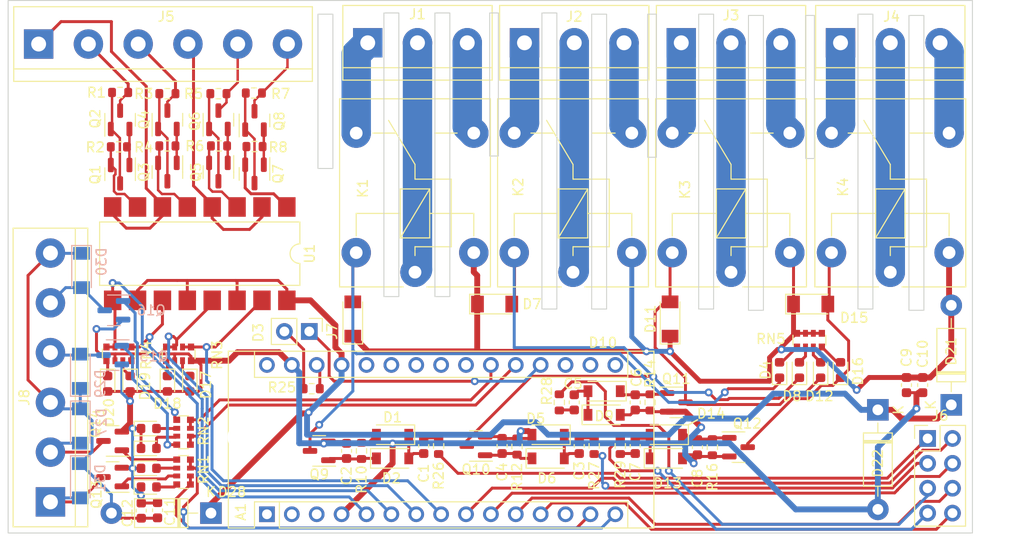
<source format=kicad_pcb>
(kicad_pcb (version 20211014) (generator pcbnew)
  (layers (0 "F.Cu" signal) (31 "B.Cu" signal) (34 "B.Paste" user) (35 "F.Paste" user) (36 "B.SilkS" user "B.Silkscreen") (37 "F.SilkS" user "F.Silkscreen") (38 "B.Mask" user) (39 "F.Mask" user) (44 "Edge.Cuts" user))
  (net 0 "")
  (net 6 "GND1")
  (net 7 "/In_1_iso")
  (net 8 "/In_2_iso")
  (net 9 "/In_3_iso")
  (net 11 "/In_4_iso")
  (net 13 "Net-(A1-Pad9)")
  (net 15 "Net-(A1-Pad10)")
  (net 17 "Net-(A1-Pad11)")
  (net 19 "Net-(A1-Pad12)")
  (net 20 "Net-(A1-Pad19)")
  (net 21 "/5V")
  (net 22 "Net-(A1-Pad28)")
  (net 26 "Net-(C1-Pad1)")
  (net 27 "/5VRel")
  (net 28 "Net-(D3-Pad2)")
  (net 29 "Net-(C3-Pad1)")
  (net 30 "Net-(D7-Pad2)")
  (net 31 "Net-(C5-Pad1)")
  (net 32 "Net-(D11-Pad2)")
  (net 33 "Net-(C7-Pad1)")
  (net 34 "Net-(Q1-Pad1)")
  (net 35 "Net-(Q1-Pad3)")
  (net 36 "/In_1")
  (net 37 "Net-(Q3-Pad1)")
  (net 38 "Net-(Q3-Pad3)")
  (net 39 "/In_3")
  (net 40 "Net-(Q5-Pad1)")
  (net 41 "Net-(Q5-Pad3)")
  (net 42 "/In_2")
  (net 43 "Net-(Q7-Pad1)")
  (net 44 "Net-(Q7-Pad3)")
  (net 45 "/In_4")
  (net 46 "Net-(D15-Pad2)")
  (net 47 "Net-(J1-Pad1)")
  (net 48 "Net-(J1-Pad2)")
  (net 49 "Net-(J1-Pad3)")
  (net 50 "Net-(J2-Pad1)")
  (net 51 "Net-(J2-Pad2)")
  (net 52 "Net-(J2-Pad3)")
  (net 53 "Net-(J3-Pad1)")
  (net 54 "Net-(J3-Pad2)")
  (net 55 "Net-(J3-Pad3)")
  (net 56 "Net-(J4-Pad1)")
  (net 57 "Net-(J4-Pad2)")
  (net 58 "Net-(J4-Pad3)")
  (net 59 "Net-(J7-Pad2)")
  (net 60 "GND2")
  (net 61 "GND3")
  (net 62 "Net-(C1-Pad2)")
  (net 63 "Net-(C3-Pad2)")
  (net 64 "Net-(C5-Pad2)")
  (net 65 "Net-(C7-Pad2)")
  (net 66 "Net-(D17-Pad1)")
  (net 67 "Net-(D18-Pad1)")
  (net 68 "Net-(D19-Pad1)")
  (net 69 "Net-(D20-Pad1)")
  (net 70 "/Out_5")
  (net 71 "/Out_6")
  (net 72 "/Out_7")
  (net 73 "/Out_8")
  (net 74 "Net-(C11-Pad2)")
  (net 75 "Net-(D23-Pad2)")
  (net 76 "Net-(D24-Pad2)")
  (net 77 "Net-(D25-Pad2)")
  (net 78 "Net-(D26-Pad2)")
  (net 79 "Net-(D27-Pad2)")
  (net 80 "Net-(D29-Pad2)")
  (net 81 "Net-(D30-Pad2)")
  (net 82 "Net-(D31-Pad2)")
  (net 83 "/Wd_1_Rel")
  (net 84 "/Wd_2_Rel")
  (net 85 "/Wd_3_Rel")
  (net 86 "/Wd_4_Rel")
  (net 87 "Net-(Q13-Pad1)")
  (net 88 "Net-(Q14-Pad1)")
  (net 89 "Net-(Q15-Pad1)")
  (net 90 "Net-(Q16-Pad1)")
  (net 91 "/R1")
  (net 92 "/R2")
  (net 93 "/R3")
  (net 94 "/R4")
  (net 95 "Net-(Q1-Pad2)")
  (net 96 "Net-(Q3-Pad2)")
  (net 97 "Net-(Q5-Pad2)")
  (net 98 "Net-(Q7-Pad2)")
  (net 99 "Net-(C2-Pad1)")
  (net 100 "Net-(C4-Pad1)")
  (net 101 "Net-(C6-Pad1)")
  (net 102 "Net-(C8-Pad1)")
  (footprint "TerminalBlock:TerminalBlock_bornier-6_P5.08mm" (layer "F.Cu") (at 73.216 28.956)
    (fp_text reference "J5")
    (fp_text value "Screw_Terminal_01x06")
  )
  (footprint "Resistor_SMD:R_Array_Convex_4x0612" (layer "F.Cu") (at 88.011 72.644 180)
    (fp_text reference "RN1")
    (fp_text value "1k")
  )
  (footprint "Relay_THT:Relay_SPDT_Finder_36.11" (layer "F.Cu") (at 160.147 52.246 90)
    (fp_text reference "K4")
    (fp_text value "FINDER-36.11")
  )
  (footprint "Package_TO_SOT_SMD:SOT-23" (layer "F.Cu") (at 101.854 70.485 180)
    (fp_text reference "Q9")
    (fp_text value "BSS138")
  )
  (footprint "Diode_SMD:D_MiniMELF" (layer "F.Cu") (at 105.283 57.023 90)
    (fp_text reference "D3")
    (fp_text value "1N4148")
  )
  (footprint "Resistor_SMD:R_0603_1608Metric" (layer "F.Cu") (at 81.407 39.4485)
    (fp_text reference "R2")
    (fp_text value "47")
  )
  (footprint "Package_TO_SOT_SMD:SOT-23" (layer "F.Cu") (at 91.567 42.0215 -90)
    (fp_text reference "Q5")
    (fp_text value "BC817")
  )
  (footprint "Resistor_SMD:R_0603_1608Metric" (layer "F.Cu") (at 81.534 33.89875)
    (fp_text reference "R1")
    (fp_text value "10k")
  )
  (footprint "LED_SMD:LED_0603_1608Metric" (layer "F.Cu") (at 82.55 63.627 -90)
    (fp_text reference "D19")
    (fp_text value "LED")
  )
  (footprint "Package_DIP:SMDIP-16_W9.53mm" (layer "F.Cu") (at 89.662 50.353 -90)
    (fp_text reference "U1")
    (fp_text value "LTV-847S")
  )
  (footprint "Package_TO_SOT_SMD:SOT-23" (layer "F.Cu") (at 86.36 42.0215 -90)
    (fp_text reference "Q3")
    (fp_text value "BC817")
  )
  (footprint "Resistor_SMD:R_0603_1608Metric" (layer "F.Cu") (at 101.092 64.135 180)
    (fp_text reference "R25")
    (fp_text value "100")
  )
  (footprint "TerminalBlock:TerminalBlock_bornier-6_P5.08mm" (layer "F.Cu") (at 74.422 75.692 90)
    (fp_text reference "J8")
    (fp_text value "Screw_Terminal_01x06")
  )
  (footprint "Package_TO_SOT_SMD:SOT-23" (layer "F.Cu") (at 95.25 36.7515 90)
    (fp_text reference "Q8")
    (fp_text value "BC817")
  )
  (footprint "Resistor_SMD:R_0603_1608Metric" (layer "F.Cu") (at 135.636 65.532 90)
    (fp_text reference "R14")
    (fp_text value "1M")
  )
  (footprint "Resistor_SMD:R_Array_Convex_4x0612" (layer "F.Cu") (at 151.892 59.182 90)
    (fp_text reference "RN5")
    (fp_text value "1k")
  )
  (footprint "TerminalBlock:TerminalBlock_bornier-3_P5.08mm" (layer "F.Cu") (at 122.809 28.829)
    (fp_text reference "J2")
    (fp_text value "Screw_Terminal_01x03")
  )
  (footprint "Resistor_SMD:R_0603_1608Metric" (layer "F.Cu") (at 91.628 39.3545)
    (fp_text reference "R6")
    (fp_text value "47")
  )
  (footprint "MountingHole:MountingHole_3.2mm_M3" (layer "F.Cu") (at 74.422 39.243)
    (fp_text reference "H3" hide)
    (fp_text value "MountingHole")
  )
  (footprint "Module:Arduino_Nano" (layer "F.Cu") (at 96.52 76.952 90)
    (fp_text reference "A1")
    (fp_text value "Arduino_Nano_v3.x")
  )
  (footprint "Resistor_SMD:R_0603_1608Metric" (layer "F.Cu") (at 86.36 39.3545)
    (fp_text reference "R4")
    (fp_text value "47")
  )
  (footprint "Diode_THT:D_DO-41_SOD81_P10.16mm_Horizontal" (layer "F.Cu") (at 158.877 66.294 -90)
    (fp_text reference "D22")
    (fp_text value "1N53 5,1V 5W")
  )
  (footprint "Relay_THT:Relay_SPDT_Finder_36.11" (layer "F.Cu") (at 127.762 52.246 90)
    (fp_text reference "K2")
    (fp_text value "FINDER-36.11")
  )
  (footprint "LED_SMD:LED_0603_1608Metric" (layer "F.Cu") (at 148.844 62.23 90)
    (fp_text reference "D4")
    (fp_text value "LED")
  )
  (footprint "Diode_SMD:D_SOD-123" (layer "F.Cu") (at 137.287 71.247)
    (fp_text reference "D14")
    (fp_text value "BAT46")
  )
  (footprint "Resistor_SMD:R_0603_1608Metric" (layer "F.Cu") (at 95.186 33.9575)
    (fp_text reference "R7")
    (fp_text value "10k")
  )
  (footprint "Diode_THT:D_DO-41_SOD81_P10.16mm_Horizontal" (layer "F.Cu") (at 166.37 65.786 90)
    (fp_text reference "D21")
    (fp_text value "1N4001")
  )
  (footprint "Package_TO_SOT_SMD:SOT-23" (layer "F.Cu") (at 117.856 69.977 180)
    (fp_text reference "Q10")
    (fp_text value "BSS138")
  )
  (footprint "LED_SMD:LED_0603_1608Metric" (layer "F.Cu") (at 84.455 68.199)
    (fp_text reference "D26" hide)
    (fp_text value "LED")
  )
  (footprint "LED_SMD:LED_0603_1608Metric" (layer "F.Cu") (at 88.646 63.627 -90)
    (fp_text reference "D17")
    (fp_text value "LED")
  )
  (footprint "Relay_THT:Relay_SPDT_Finder_36.11" (layer "F.Cu") (at 111.633 52.246 90)
    (fp_text reference "K1")
    (fp_text value "FINDER-36.11")
  )
  (footprint "Diode_SMD:D_SOD-123" (layer "F.Cu") (at 109.347 71.247)
    (fp_text reference "D1")
    (fp_text value "BAT46")
  )
  (footprint "Capacitor_SMD:C_0603_1608Metric" (layer "F.Cu") (at 140.462 70.104 -90)
    (fp_text reference "C8")
    (fp_text value "2u2")
  )
  (footprint "Resistor_SMD:R_Array_Convex_4x0612" (layer "F.Cu") (at 88.011 68.58 180)
    (fp_text reference "RN2")
    (fp_text value "1k")
  )
  (footprint "Package_TO_SOT_SMD:SOT-23" (layer "F.Cu") (at 80.772 69.469 180)
    (fp_text reference "Q14")
    (fp_text value "BC817")
  )
  (footprint "Package_TO_SOT_SMD:SOT-23" (layer "F.Cu") (at 81.534 36.69275 90)
    (fp_text reference "Q2")
    (fp_text value "BC817")
  )
  (footprint "Resistor_SMD:R_0603_1608Metric" (layer "F.Cu") (at 95.25 39.4185)
    (fp_text reference "R8")
    (fp_text value "47")
  )
  (footprint "Diode_SMD:D_SOD-123" (layer "F.Cu") (at 109.347 68.834 180)
    (fp_text reference "D2")
    (fp_text value "BAT46")
  )
  (footprint "Diode_SMD:D_SOD-123" (layer "F.Cu") (at 130.937 64.389 180)
    (fp_text reference "D9")
    (fp_text value "BAT46")
  )
  (footprint "Resistor_SMD:R_Array_Convex_4x0612" (layer "F.Cu") (at 81.407 60.579 -90)
    (fp_text reference "RN4")
    (fp_text value "1k")
  )
  (footprint "MountingHole:MountingHole_3.2mm_M3" (layer "F.Cu") (at 152.527 69.088)
    (fp_text reference "H1" hide)
    (fp_text value "MountingHole")
  )
  (footprint "Diode_SMD:D_SOD-123" (layer "F.Cu") (at 137.287 68.834 180)
    (fp_text reference "D13")
    (fp_text value "BAT46")
  )
  (footprint "Package_TO_SOT_SMD:SOT-23" (layer "F.Cu") (at 91.567 36.6875 90)
    (fp_text reference "Q6")
    (fp_text value "BC817")
  )
  (footprint "Diode_THT:D_DO-41_SOD81_P10.16mm_Horizontal" (layer "F.Cu") (at 90.805 76.835 180)
    (fp_text reference "D28")
    (fp_text value "1N4001")
  )
  (footprint "Resistor_SMD:R_0603_1608Metric" (layer "F.Cu") (at 132.588 69.977 90)
    (fp_text reference "R29")
    (fp_text value "100")
  )
  (footprint "Capacitor_SMD:C_0603_1608Metric" (layer "F.Cu") (at 163.449 63.767 -90)
    (fp_text reference "C10")
    (fp_text value "100n")
  )
  (footprint "LED_SMD:LED_0603_1608Metric" (layer "F.Cu") (at 155.067 62.23 90)
    (fp_text reference "D16")
    (fp_text value "LED")
  )
  (footprint "Package_TO_SOT_SMD:SOT-23" (layer "F.Cu") (at 95.25 42.2125 -90)
    (fp_text reference "Q7")
    (fp_text value "BC817")
  )
  (footprint "Diode_SMD:D_MiniMELF" (layer "F.Cu") (at 137.668 57.023 90)
    (fp_text reference "D11")
    (fp_text value "1N4148")
  )
  (footprint "TerminalBlock:TerminalBlock_bornier-3_P5.08mm" (layer "F.Cu") (at 155.067 28.829)
    (fp_text reference "J4")
    (fp_text value "Screw_Terminal_01x03")
  )
  (footprint "Resistor_SMD:R_0603_1608Metric" (layer "F.Cu") (at 126.365 65.532 90)
    (fp_text reference "R28")
    (fp_text value "100")
  )
  (footprint "TerminalBlock:TerminalBlock_bornier-3_P5.08mm" (layer "F.Cu") (at 138.811 28.829)
    (fp_text reference "J3")
    (fp_text value "Screw_Terminal_01x03")
  )
  (footprint "Resistor_SMD:R_0603_1608Metric" (layer "F.Cu") (at 86.36 34.0205)
    (fp_text reference "R3")
    (fp_text value "10k")
  )
  (footprint "Capacitor_SMD:C_0603_1608Metric" (layer "F.Cu") (at 127.889 65.532 -90)
    (fp_text reference "C5")
    (fp_text value "100n")
  )
  (footprint "LED_SMD:LED_0603_1608Metric" (layer "F.Cu") (at 153.035 62.23 90)
    (fp_text reference "D12")
    (fp_text value "LED")
  )
  (footprint "Resistor_SMD:R_0603_1608Metric" (layer "F.Cu") (at 91.567 34.0205)
    (fp_text reference "R5")
    (fp_text value "10k")
  )
  (footprint "Resistor_SMD:R_0603_1608Metric" (layer "F.Cu") (at 122.047 70.04 -90)
    (fp_text reference "R12")
    (fp_text value "1M")
  )
  (footprint "LED_SMD:LED_0603_1608Metric" (layer "F.Cu") (at 150.876 62.23 90)
    (fp_text reference "D8")
    (fp_text value "LED")
  )
  (footprint "Diode_SMD:D_MiniMELF" (layer "F.Cu") (at 119.761 55.499)
    (fp_text reference "D7")
    (fp_text value "1N4148")
  )
  (footprint "Capacitor_SMD:C_0603_1608Metric" (layer "F.Cu") (at 112.522 69.977 90)
    (fp_text reference "C1")
    (fp_text value "100n")
  )
  (footprint "Capacitor_SMD:C_0603_1608Metric" (layer "F.Cu") (at 128.397 69.977 90)
    (fp_text reference "C3")
    (fp_text value "100n")
  )
  (footprint "Package_TO_SOT_SMD:SOT-23" (layer "F.Cu") (at 144.653 70.104)
    (fp_text reference "Q12")
    (fp_text value "BSS138")
  )
  (footprint "Connector_PinHeader_2.54mm:PinHeader_2x04_P2.54mm_Vertical" (layer "F.Cu") (at 163.957 69.215)
    (fp_text reference "J6")
    (fp_text value "Conn_02x04_Odd_Even")
  )
  (footprint "Diode_SMD:D_SOD-123" (layer "F.Cu") (at 125.222 68.834 180)
    (fp_text reference "D6")
    (fp_text value "BAT46")
  )
  (footprint "Capacitor_SMD:C_0603_1608Metric" (layer "F.Cu") (at 134.112 69.977 -90)
    (fp_text reference "C7")
    (fp_text value "100n")
  )
  (footprint "LED_SMD:LED_0603_1608Metric" (layer "F.Cu") (at 84.455 74.168)
    (fp_text reference "D23" hide)
    (fp_text value "LED")
  )
  (footprint "Resistor_SMD:R_0603_1608Metric" (layer "F.Cu") (at 114.046 69.977 -90)
    (fp_text reference "R26")
    (fp_text value "100")
  )
  (footprint "Diode_SMD:D_SOD-123" (layer "F.Cu") (at 125.222 71.247)
    (fp_text reference "D5")
    (fp_text value "BAT46")
  )
  (footprint "Capacitor_SMD:C_0603_1608Metric" (layer "F.Cu") (at 83.693 76.581 90)
    (fp_text reference "C12")
    (fp_text value "100n")
  )
  (footprint "Capacitor_SMD:C_0603_1608Metric" (layer "F.Cu") (at 120.523 69.977 90)
    (fp_text reference "C4")
    (fp_text value "2u2")
  )
  (footprint "Relay_THT:Relay_SPDT_Finder_36.11" (layer "F.Cu") (at 143.891 52.246 90)
    (fp_text reference "K3")
    (fp_text value "FINDER-36.11")
  )
  (footprint "TerminalBlock:TerminalBlock_bornier-3_P5.08mm" (layer "F.Cu") (at 106.807 28.829)
    (fp_text reference "J1")
    (fp_text value "Screw_Terminal_01x03")
  )
  (footprint "LED_SMD:LED_0603_1608Metric" (layer "F.Cu") (at 86.36 63.627 -90)
    (fp_text reference "D18")
    (fp_text value "LED")
  )
  (footprint "Package_TO_SOT_SMD:SOT-23" (layer "F.Cu") (at 81.534 42.2425 -90)
    (fp_text reference "Q1")
    (fp_text value "BC817")
  )
  (footprint "Package_TO_SOT_SMD:SOT-23" (layer "F.Cu") (at 138.303 65.532)
    (fp_text reference "Q11")
    (fp_text value "BSS138")
  )
  (footprint "Resistor_SMD:R_0603_1608Metric" (layer "F.Cu") (at 141.986 70.104 90)
    (fp_text reference "R16")
    (fp_text value "1M")
  )
  (footprint "Diode_SMD:D_SOD-123" (layer "F.Cu") (at 130.937 66.802)
    (fp_text reference "D10")
    (fp_text value "BAT46")
  )
  (footprint "Package_TO_SOT_SMD:SOT-23" (layer "F.Cu") (at 80.772 73.152 180)
    (fp_text reference "Q13")
    (fp_text value "BC817")
  )
  (footprint "Capacitor_SMD:C_0603_1608Metric" (layer "F.Cu") (at 85.353 76.543 -90)
    (fp_text reference "C11")
    (fp_text value "2u2")
  )
  (footprint "Connector_PinHeader_2.54mm:PinHeader_1x02_P2.54mm_Vertical" (layer "F.Cu") (at 100.843 58.293 -90)
    (fp_text reference "J7")
    (fp_text value "Conn_01x02_Male")
  )
  (footprint "Resistor_SMD:R_0603_1608Metric" (layer "F.Cu") (at 129.921 69.977 -90)
    (fp_text reference "R27")
    (fp_text value "100")
  )
  (footprint "Resistor_SMD:R_Array_Convex_4x0612" (layer "F.Cu") (at 87.503 60.579 -90)
    (fp_text reference "RN3")
    (fp_text value "1k")
  )
  (footprint "Capacitor_SMD:C_0603_1608Metric" (layer "F.Cu") (at 104.648 70.485 90)
    (fp_text reference "C2")
    (fp_text value "2u2")
  )
  (footprint "LED_SMD:LED_0603_1608Metric" (layer "F.Cu") (at 80.264 63.627 -90)
    (fp_text reference "D20")
    (fp_text value "LED")
  )
  (footprint "Package_TO_SOT_SMD:SOT-23" (layer "F.Cu") (at 86.36 36.6875 90)
    (fp_text reference "Q4")
    (fp_text value "BC817")
  )
  (footprint "MountingHole:MountingHole_3.2mm_M3" (layer "F.Cu") (at 94.107 69.088)
    (fp_text reference "H2" hide)
    (fp_text value "MountingHole")
  )
  (footprint "LED_SMD:LED_0603_1608Metric" (layer "F.Cu") (at 84.455 70.231)
    (fp_text reference "D25" hide)
    (fp_text value "LED")
  )
  (footprint "Capacitor_SMD:C_0603_1608Metric" (layer "F.Cu") (at 134.112 65.532 -90)
    (fp_text reference "C6")
    (fp_text value "2u2")
  )
  (footprint "Capacitor_SMD:C_0603_1608Metric" (layer "F.Cu") (at 161.798 63.767 90)
    (fp_text reference "C9")
    (fp_text value "2u2")
  )
  (footprint "Resistor_SMD:R_0603_1608Metric" (layer "F.Cu") (at 106.172 70.485 -90)
    (fp_text reference "R10")
    (fp_text value "1M")
  )
  (footprint "Diode_SMD:D_MiniMELF" (layer "F.Cu") (at 152.019 55.499)
    (fp_text reference "D15")
    (fp_text value "1N4148")
  )
  (footprint "LED_SMD:LED_0603_1608Metric" (layer "F.Cu") (at 84.455 72.263)
    (fp_text reference "D24" hide)
    (fp_text value "LED")
  )
  (footprint "Diode_SMD:D_MiniMELF" (layer "B.Cu") (at 77.47 62.357 90)
    (fp_text reference "D29")
    (fp_text value "1N4148")
  )
  (footprint "Package_TO_SOT_SMD:SOT-23" (layer "B.Cu") (at 80.772 60.706 180)
    (fp_text reference "Q15")
    (fp_text value "BC817")
  )
  (footprint "Diode_SMD:D_MiniMELF" (layer "B.Cu") (at 77.597 52.07 -90)
    (fp_text reference "D30")
    (fp_text value "1N4148")
  )
  (footprint "Package_TO_SOT_SMD:SOT-23" (layer "B.Cu") (at 80.899 56.134 180)
    (fp_text reference "Q16")
    (fp_text value "BC817")
  )
  (footprint "Diode_SMD:D_MiniMELF" (layer "B.Cu") (at 77.47 73.533 -90)
    (fp_text reference "D31")
    (fp_text value "1N4148")
  )
  (footprint "Diode_SMD:D_MiniMELF" (layer "B.Cu") (at 77.47 67.945 -90)
    (fp_text reference "D27")
    (fp_text value "1N4148")
  )
  (gr_line (start 140.462 67.31) (end 139.537 67.834) (layer "F.SilkS") (width 0.15))
  (gr_rect (start 156.845 25.908) (end 158.369 56.007) (layer "Edge.Cuts") (width 0.1) (fill none))
  (gr_rect (start 145.669 26.035) (end 147.193 56.134) (layer "Edge.Cuts") (width 0.1) (fill none))
  (gr_rect (start 70.104 24.511) (end 168.529 78.867) (layer "Edge.Cuts") (width 0.1) (fill none))
  (gr_rect (start 108.458 25.781) (end 109.982 54.737) (layer "Edge.Cuts") (width 0.1) (fill none))
  (gr_rect (start 113.665 25.781) (end 115.189 54.737) (layer "Edge.Cuts") (width 0.1) (fill none))
  (gr_rect (start 140.589 25.908) (end 142.113 56.007) (layer "Edge.Cuts") (width 0.1) (fill none))
  (gr_rect (start 162.052 26.035) (end 163.576 56.134) (layer "Edge.Cuts") (width 0.1) (fill none))
  (gr_rect (start 151.511 26.035) (end 152.4 40.64) (layer "Edge.Cuts") (width 0.1) (fill none))
  (gr_rect (start 135.382 25.908) (end 136.271 40.513) (layer "Edge.Cuts") (width 0.1) (fill none))
  (gr_rect (start 119.253 25.781) (end 120.142 40.386) (layer "Edge.Cuts") (width 0.1) (fill none))
  (gr_rect (start 129.667 25.908) (end 131.191 56.007) (layer "Edge.Cuts") (width 0.1) (fill none))
  (gr_rect (start 101.727 25.908) (end 103.251 41.656) (layer "Edge.Cuts") (width 0.1) (fill none))
  (gr_rect (start 124.587 25.781) (end 126.111 56.007) (layer "Edge.Cuts") (width 0.1) (fill none))
  (segment (start 81.7705 72.263) (end 81.7095 72.202) (width 0.3) (layer "F.Cu") (net 6))
  (segment (start 81.056511 60.579489) (end 79.468467 60.579489) (width 0.3) (layer "F.Cu") (net 6))
  (segment (start 143.7155 71.054) (end 140.637 71.054) (width 0.3) (layer "F.Cu") (net 6))
  (segment (start 83.6675 68.199) (end 82.0295 68.199) (width 0.3) (layer "F.Cu") (net 6))
  (segment (start 132.587 66.802) (end 133.617 66.802) (width 0.3) (layer "F.Cu") (net 6))
  (segment (start 106.871 69.66) (end 107.697 68.834) (width 0.3) (layer "F.Cu") (net 6))
  (segment (start 82.804 72.263) (end 81.7705 72.263) (width 0.3) (layer "F.Cu") (net 6))
  (segment (start 99.06 61.712) (end 97.760489 60.412489) (width 0.6) (layer "F.Cu") (net 6))
  (segment (start 139.305 70.879) (end 138.937 71.247) (width 0.3) (layer "F.Cu") (net 6))
  (segment (start 82.726511 60.579489) (end 83.820489 60.579489) (width 0.3) (layer "F.Cu") (net 6))
  (segment (start 135.761 66.482) (end 135.636 66.357) (width 0.3) (layer "F.Cu") (net 6))
  (segment (start 89.5095 64.4145) (end 89.789 64.135) (width 0.3) (layer "F.Cu") (net 6))
  (segment (start 82.55 65.405) (end 82.55 67.6785) (width 0.6) (layer "F.Cu") (net 6))
  (segment (start 123.2015 68.4635) (end 122.428 68.4635) (width 0.6) (layer "F.Cu") (net 6))
  (segment (start 118.7935 69.027) (end 120.348 69.027) (width 0.3) (layer "F.Cu") (net 6))
  (segment (start 87.152511 60.579489) (end 88.502511 60.579489) (width 0.3) (layer "F.Cu") (net 6))
  (segment (start 104.14 76.952) (end 109.347 71.745) (width 0.6) (layer "F.Cu") (net 6))
  (segment (start 162.814 64.77) (end 163.042 64.542) (width 0.6) (layer "F.Cu") (net 6))
  (segment (start 88.646 64.4145) (end 86.36 64.4145) (width 0.3) (layer "F.Cu") (net 6))
  (segment (start 123.572 68.834) (end 123.2015 68.4635) (width 0.6) (layer "F.Cu") (net 6))
  (segment (start 102.7915 69.535) (end 104.473 69.535) (width 0.3) (layer "F.Cu") (net 6))
  (segment (start 83.6675 68.199) (end 83.6675 70.231) (width 0.3) (layer "F.Cu") (net 6))
  (segment (start 81.007 60.629) (end 81.056511 60.579489) (width 0.3) (layer "F.Cu") (net 6))
  (segment (start 104.648 69.71) (end 106.122 69.71) (width 0.3) (layer "F.Cu") (net 6))
  (segment (start 104.473 69.535) (end 104.648 69.71) (width 0.3) (layer "F.Cu") (net 6))
  (segment (start 104.648 69.71) (end 102.347283 69.71) (width 0.3) (layer "F.Cu") (net 6))
  (segment (start 89.789 61.722) (end 89.346 61.279) (width 0.3) (layer "F.Cu") (net 6))
  (segment (start 92.645 61.279) (end 88.773 61.279) (width 0.6) (layer "F.Cu") (net 6))
  (segment (start 83.6675 75.7805) (end 83.693 75.806) (width 0.3) (layer "F.Cu") (net 6))
  (segment (start 135.636 66.357) (end 134.162 66.357) (width 0.3) (layer "F.Cu") (net 6))
  (segment (start 140.081 71.26) (end 140.462 70.879) (width 0.6) (layer "F.Cu") (net 6))
  (segment (start 83.6675 74.168) (end 83.6675 75.0315) (width 0.3) (layer "F.Cu") (net 6))
  (segment (start 97.760489 60.412489) (end 93.511511 60.412489) (width 0.6) (layer "F.Cu") (net 6))
  (segment (start 83.693 75.806) (end 85.315 75.806) (width 0.3) (layer "F.Cu") (net 6))
  (segment (start 106.122 69.71) (end 106.172 69.66) (width 0.3) (layer "F.Cu") (net 6))
  (segment (start 162.814 66.167) (end 162.814 64.77) (width 0.6) (layer "F.Cu") (net 6))
  (segment (start 87.103 60.629) (end 87.152511 60.579489) (width 0.3) (layer "F.Cu") (net 6))
  (segment (start 88.502511 60.579489) (end 88.773 60.849978) (width 0.3) (layer "F.Cu") (net 6))
  (segment (start 163.449 64.542) (end 161.798 64.542) (width 0.3) (layer "F.Cu") (net 6))
  (segment (start 83.6675 75.0315) (end 83.6675 75.7805) (width 0.3) (layer "F.Cu") (net 6))
  (segment (start 79.121 60.232022) (end 79.121 58.039) (width 0.3) (layer "F.Cu") (net 6))
  (segment (start 140.637 71.054) (end 140.462 70.879) (width 0.3) (layer "F.Cu") (net 6))
  (segment (start 81.007 61.279) (end 81.007 60.629) (width 0.3) (layer "F.Cu") (net 6))
  (segment (start 102.347283 69.71) (end 102.323783 69.7335) (width 0.3) (layer "F.Cu") (net 6))
  (segment (start 137.3655 66.482) (end 139.2425 66.482) (width 0.6) (layer "F.Cu") (net 6))
  (segment (start 122.047 69.215) (end 120.536 69.215) (width 0.3) (layer "F.Cu") (net 6))
  (segment (start 120.536 69.215) (end 120.523 69.202) (width 0.3) (layer "F.Cu") (net 6))
  (segment (start 134.162 66.357) (end 134.112 66.307) (width 0.3) (layer "F.Cu") (net 6))
  (segment (start 120.348 69.027) (end 120.523 69.202) (width 0.3) (layer "F.Cu") (net 6))
  (segment (start 140.462 70.879) (end 139.305 70.879) (width 0.3) (layer "F.Cu") (net 6))
  (segment (start 82.0295 68.199) (end 81.7095 68.519) (width 0.3) (layer "F.Cu") (net 6))
  (segment (start 82.677 60.629) (end 82.677 61.279) (width 0.3) (layer "F.Cu") (net 6))
  (segment (start 82.55 67.6785) (end 81.7095 68.519) (width 0.6) (layer "F.Cu") (net 6))
  (segment (start 79.468467 60.579489) (end 79.121 60.232022) (width 0.3) (layer "F.Cu") (net 6))
  (segment (start 86.36 64.4145) (end 80.264 64.4145) (width 0.3) (layer "F.Cu") (net 6))
  (segment (start 163.042 64.542) (end 163.449 64.542) (width 0.6) (layer "F.Cu") (net 6))
  (segment (start 83.820489 60.579489) (end 87.053489 60.579489) (width 0.3) (layer "F.Cu") (net 6))
  (segment (start 88.773 60.849978) (end 88.773 61.279) (width 0.3) (layer "F.Cu") (net 6))
  (segment (start 109.347 71.745) (end 109.347 69.7335) (width 0.6) (layer "F.Cu") (net 6))
  (segment (start 82.627489 60.579489) (end 82.677 60.629) (width 0.3) (layer "F.Cu") (net 6))
  (segment (start 139.2425 66.482) (end 140.843 68.0825) (width 0.6) (layer "F.Cu") (net 6))
  (segment (start 93.511511 60.412489) (end 92.645 61.279) (width 0.6) (layer "F.Cu") (net 6))
  (segment (start 88.646 64.4145) (end 89.5095 64.4145) (width 0.3) (layer "F.Cu") (net 6))
  (segment (start 122.047 69.215) (end 123.191 69.215) (width 0.3) (layer "F.Cu") (net 6))
  (segment (start 106.172 69.66) (end 106.871 69.66) (width 0.3) (layer "F.Cu") (net 6))
  (segment (start 85.315 75.806) (end 85.353 75.768) (width 0.3) (layer "F.Cu") (net 6))
  (segment (start 140.081 71.755) (end 140.081 71.26) (width 0.6) (layer "F.Cu") (net 6))
  (segment (start 81.056511 60.579489) (end 82.627489 60.579489) (width 0.3) (layer "F.Cu") (net 6))
  (segment (start 82.55 64.4145) (end 82.55 65.405) (width 0.6) (layer "F.Cu") (net 6))
  (segment (start 123.191 69.215) (end 123.572 68.834) (width 0.3) (layer "F.Cu") (net 6))
  (segment (start 137.3655 66.482) (end 135.761 66.482) (width 0.3) (layer "F.Cu") (net 6))
  (segment (start 83.6675 72.263) (end 82.804 72.263) (width 0.3) (layer "F.Cu") (net 6))
  (segment (start 89.789 64.135) (end 89.789 61.722) (width 0.3) (layer "F.Cu") (net 6))
  (segment (start 133.617 66.802) (end 134.112 66.307) (width 0.3) (layer "F.Cu") (net 6))
  (segment (start 89.346 61.279) (end 88.773 61.279) (width 0.3) (layer "F.Cu") (net 6))
  (segment (start 87.053489 60.579489) (end 87.103 60.629) (width 0.3) (layer "F.Cu") (net 6))
  (segment (start 87.103 60.629) (end 87.103 61.279) (width 0.3) (layer "F.Cu") (net 6))
  (segment (start 82.677 60.629) (end 82.726511 60.579489) (width 0.3) (layer "F.Cu") (net 6))
  (via (at 162.814 66.167) (size 0.8) (drill 0.4) (layers "F.Cu" "B.Cu") (net 6))
  (via (at 82.55 65.405) (size 0.8) (drill 0.4) (layers "F.Cu" "B.Cu") (net 6))
  (via (at 140.843 68.0825) (size 0.8) (drill 0.4) (layers "F.Cu" "B.Cu") (net 6))
  (via (at 82.804 68.199) (size 0.8) (drill 0.4) (layers "F.Cu" "B.Cu") (net 6))
  (via (at 79.121 58.039) (size 0.8) (drill 0.4) (layers "F.Cu" "B.Cu") (net 6))
  (via (at 140.081 71.755) (size 0.8) (drill 0.4) (layers "F.Cu" "B.Cu") (net 6))
  (via (at 82.804 72.263) (size 0.8) (drill 0.4) (layers "F.Cu" "B.Cu") (net 6))
  (via (at 83.6675 75.0315) (size 0.8) (drill 0.4) (layers "F.Cu" "B.Cu") (net 6))
  (via (at 122.428 68.4635) (size 0.8) (drill 0.4) (layers "F.Cu" "B.Cu") (net 6))
  (via (at 102.323783 69.7335) (size 0.8) (drill 0.4) (layers "F.Cu" "B.Cu") (net 6))
  (via (at 109.347 69.7335) (size 0.8) (drill 0.4) (layers "F.Cu" "B.Cu") (net 6))
  (segment (start 143.742989 69.701989) (end 139.213011 69.701989) (width 0.6) (layer "B.Cu") (net 6))
  (segment (start 139.213011 70.887011) (end 140.081 71.755) (width 0.6) (layer "B.Cu") (net 6))
  (segment (start 158.877 70.104) (end 162.814 66.167) (width 0.6) (layer "B.Cu") (net 6))
  (segment (start 80.8815 58.039) (end 81.8365 57.084) (width 0.3) (layer "B.Cu") (net 6))
  (segment (start 82.804 68.199) (end 82.804 72.263) (width 0.3) (layer "B.Cu") (net 6))
  (segment (start 99.81331 69.701989) (end 99.81331 62.46531) (width 0.6) (layer "B.Cu") (net 6))
  (segment (start 158.877 76.454) (end 158.877 70.104) (width 0.6) (layer "B.Cu") (net 6))
  (segment (start 99.81331 62.46531) (end 99.06 61.712) (width 0.6) (layer "B.Cu") (net 6))
  (segment (start 158.877 76.454) (end 150.495 76.454) (width 0.6) (layer "B.Cu") (net 6))
  (segment (start 82.804 74.168) (end 83.6675 75.0315) (width 0.3) (layer "B.Cu") (net 6))
  (segment (start 79.121 58.039) (end 80.8815 58.039) (width 0.3) (layer "B.Cu") (net 6))
  (segment (start 140.8325 68.0825) (end 140.843 68.0825) (width 0.6) (layer "B.Cu") (net 6))
  (segment (start 150.495 76.454) (end 143.742989 69.701989) (width 0.6) (layer "B.Cu") (net 6))
  (segment (start 122.322011 68.569489) (end 122.428 68.4635) (width 0.6) (layer "B.Cu") (net 6))
  (segment (start 139.213011 69.701989) (end 122.322011 69.701989) (width 0.6) (layer "B.Cu") (net 6))
  (segment (start 139.213011 69.701989) (end 139.213011 70.887011) (width 0.6) (layer "B.Cu") (net 6))
  (segment (start 122.322011 69.701989) (end 104.542011 69.701989) (width 0.6) (layer "B.Cu") (net 6))
  (segment (start 122.322011 69.701989) (end 122.322011 68.569489) (width 0.6) (layer "B.Cu") (net 6))
  (segment (start 104.542011 69.701989) (end 102.355294 69.701989) (width 0.6) (layer "B.Cu") (net 6))
  (segment (start 82.804 72.263) (end 82.804 74.168) (width 0.3) (layer "B.Cu") (net 6))
  (segment (start 104.542011 69.701989) (end 99.81331 69.701989) (width 0.6) (layer "B.Cu") (net 6))
  (segment (start 139.213011 69.701989) (end 140.8325 68.0825) (width 0.6) (layer "B.Cu") (net 6))
  (segment (start 81.7095 61.656) (end 81.7095 64.5645) (width 0.3) (layer "B.Cu") (net 6))
  (segment (start 81.7095 64.5645) (end 82.55 65.405) (width 0.3) (layer "B.Cu") (net 6))
  (segment (start 102.355294 69.701989) (end 102.323783 69.7335) (width 0.6) (layer "B.Cu") (net 6))
  (segment (start 81.007 55.353) (end 80.772 55.118) (width 0.3) (layer "F.Cu") (net 7))
  (segment (start 80.137 59.879) (end 81.007 59.879) (width 0.3) (layer "F.Cu") (net 7))
  (segment (start 81.007 59.879) (end 81.007 55.353) (width 0.3) (layer "F.Cu") (net 7))
  (segment (start 80.772 53.34) (end 80.772 55.118) (width 0.3) (layer "F.Cu") (net 7))
  (via (at 80.772 53.34) (size 0.8) (drill 0.4) (layers "F.Cu" "B.Cu") (net 7))
  (segment (start 88.646 64.897) (end 88.646 64.643) (width 0.3) (layer "B.Cu") (net 7))
  (segment (start 83.795542 59.792542) (end 83.795542 55.699115) (width 0.3) (layer "B.Cu") (net 7))
  (segment (start 83.795542 55.699115) (end 81.436427 53.34) (width 0.3) (layer "B.Cu") (net 7))
  (segment (start 89.410511 72.987757) (end 89.410511 65.661511) (width 0.3) (layer "B.Cu") (net 7))
  (segment (start 88.646 64.643) (end 83.795542 59.792542) (width 0.3) (layer "B.Cu") (net 7))
  (segment (start 89.410511 65.661511) (end 88.646 64.897) (width 0.3) (layer "B.Cu") (net 7))
  (segment (start 81.436427 53.34) (end 80.772 53.34) (width 0.3) (layer "B.Cu") (net 7))
  (segment (start 91.606754 75.184) (end 89.410511 72.987757) (width 0.3) (layer "B.Cu") (net 7))
  (segment (start 104.912 75.184) (end 91.606754 75.184) (width 0.3) (layer "B.Cu") (net 7))
  (segment (start 106.68 76.952) (end 104.912 75.184) (width 0.3) (layer "B.Cu") (net 7))
  (segment (start 82.677 59.879) (end 83.527818 59.879) (width 0.3) (layer "F.Cu") (net 8))
  (segment (start 83.527818 59.879) (end 84.545042 58.861776) (width 0.3) (layer "F.Cu") (net 8))
  (segment (start 81.807 59.879) (end 82.677 59.879) (width 0.3) (layer "F.Cu") (net 8))
  (segment (start 85.852 55.118) (end 85.852 57.554818) (width 0.3) (layer "F.Cu") (net 8))
  (segment (start 85.852 57.554818) (end 84.545042 58.861776) (width 0.3) (layer "F.Cu") (net 8))
  (via (at 84.545042 58.861776) (size 0.8) (drill 0.4) (layers "F.Cu" "B.Cu") (net 8))
  (segment (start 89.916 66.170876) (end 89.916 65.206585) (width 0.3) (layer "B.Cu") (net 8))
  (segment (start 89.910022 72.780853) (end 89.910022 66.176854) (width 0.3) (layer "B.Cu") (net 8))
  (segment (start 84.545042 59.835627) (end 84.545042 58.861776) (width 0.3) (layer "B.Cu") (net 8))
  (segment (start 91.678169 74.549) (end 89.910022 72.780853) (width 0.3) (layer "B.Cu") (net 8))
  (segment (start 109.22 76.952) (end 106.817 74.549) (width 0.3) (layer "B.Cu") (net 8))
  (segment (start 106.817 74.549) (end 91.678169 74.549) (width 0.3) (layer "B.Cu") (net 8))
  (segment (start 89.910022 66.176854) (end 89.916 66.170876) (width 0.3) (layer "B.Cu") (net 8))
  (segment (start 89.916 65.206585) (end 84.545042 59.835627) (width 0.3) (layer "B.Cu") (net 8))
  (segment (start 87.303489 59.127511) (end 90.932 55.499) (width 0.3) (layer "F.Cu") (net 9))
  (segment (start 90.932 55.499) (end 90.932 55.118) (width 0.3) (layer "F.Cu") (net 9))
  (segment (start 86.487 58.801) (end 86.976978 58.801) (width 0.3) (layer "F.Cu") (net 9))
  (segment (start 87.303489 59.678511) (end 87.303489 59.127511) (width 0.3) (layer "F.Cu") (net 9))
  (segment (start 86.976978 58.801) (end 87.303489 59.127511) (width 0.3) (layer "F.Cu") (net 9))
  (segment (start 86.233 59.879) (end 87.103 59.879) (width 0.3) (layer "F.Cu") (net 9))
  (segment (start 87.103 59.879) (end 87.303489 59.678511) (width 0.3) (layer "F.Cu") (net 9))
  (via (at 86.487 58.801) (size 0.8) (drill 0.4) (layers "F.Cu" "B.Cu") (net 9))
  (segment (start 90.409533 64.882533) (end 86.487 60.96) (width 0.3) (layer "B.Cu") (net 9))
  (segment (start 90.415511 64.944096) (end 90.409533 64.938118) (width 0.3) (layer "B.Cu") (net 9))
  (segment (start 111.76 76.952) (end 108.840511 74.032511) (width 0.3) (layer "B.Cu") (net 9))
  (segment (start 90.415511 72.579927) (end 90.415511 64.944096) (width 0.3) (layer "B.Cu") (net 9))
  (segment (start 90.409533 64.938118) (end 90.409533 64.882533) (width 0.3) (layer "B.Cu") (net 9))
  (segment (start 86.487 60.96) (end 86.487 58.801) (width 0.3) (layer "B.Cu") (net 9))
  (segment (start 91.868095 74.032511) (end 90.415511 72.579927) (width 0.3) (layer "B.Cu") (net 9))
  (segment (start 108.840511 74.032511) (end 91.868095 74.032511) (width 0.3) (layer "B.Cu") (net 9))
  (segment (start 87.903 59.879) (end 90.359 59.879) (width 0.3) (layer "F.Cu") (net 11))
  (segment (start 90.359 59.879) (end 91.251 59.879) (width 0.3) (layer "F.Cu") (net 11))
  (segment (start 91.251 59.879) (end 96.012 55.118) (width 0.3) (layer "F.Cu") (net 11))
  (via (at 90.359 59.879) (size 0.8) (drill 0.4) (layers "F.Cu" "B.Cu") (net 11))
  (segment (start 110.881 73.533) (end 92.075 73.533) (width 0.3) (layer "B.Cu") (net 11))
  (segment (start 114.3 76.952) (end 110.881 73.533) (width 0.3) (layer "B.Cu") (net 11))
  (segment (start 92.075 73.533) (end 90.915022 72.373022) (width 0.3) (layer "B.Cu") (net 11))
  (segment (start 90.915022 72.373022) (end 90.915022 63.864022) (width 0.3) (layer "B.Cu") (net 11))
  (segment (start 90.915022 63.864022) (end 90.359 63.308) (width 0.3) (layer "B.Cu") (net 11))
  (segment (start 90.359 63.308) (end 90.359 59.879) (width 0.3) (layer "B.Cu") (net 11))
  (segment (start 130.687927 73.279) (end 131.857471 73.279) (width 0.3) (layer "F.Cu") (net 13))
  (segment (start 132.356982 73.778511) (end 158.327923 73.778511) (width 0.3) (layer "F.Cu") (net 13))
  (segment (start 119.505489 74.286511) (end 129.680416 74.286511) (width 0.3) (layer "F.Cu") (net 13))
  (segment (start 165.297489 70.414511) (end 166.497 69.215) (width 0.3) (layer "F.Cu") (net 13))
  (segment (start 131.857471 73.279) (end 132.356982 73.778511) (width 0.3) (layer "F.Cu") (net 13))
  (segment (start 160.109981 73.768435) (end 163.463905 70.414511) (width 0.3) (layer "F.Cu") (net 13))
  (segment (start 158.327923 73.778511) (end 158.337999 73.768435) (width 0.3) (layer "F.Cu") (net 13))
  (segment (start 163.463905 70.414511) (end 165.297489 70.414511) (width 0.3) (layer "F.Cu") (net 13))
  (segment (start 158.337999 73.768435) (end 160.109981 73.768435) (width 0.3) (layer "F.Cu") (net 13))
  (segment (start 129.680416 74.286511) (end 130.687927 73.279) (width 0.3) (layer "F.Cu") (net 13))
  (segment (start 116.84 76.952) (end 119.505489 74.286511) (width 0.3) (layer "F.Cu") (net 13))
  (segment (start 165.156511 73.095489) (end 166.497 71.755) (width 0.3) (layer "F.Cu") (net 15))
  (segment (start 158.716662 74.802532) (end 158.741661 74.777533) (width 0.3) (layer "F.Cu") (net 15))
  (segment (start 158.751784 74.767467) (end 160.592479 74.767467) (width 0.3) (layer "F.Cu") (net 15))
  (segment (start 119.38 76.952) (end 121.529468 74.802532) (width 0.3) (layer "F.Cu") (net 15))
  (segment (start 121.529468 74.802532) (end 158.716662 74.802532) (width 0.3) (layer "F.Cu") (net 15))
  (segment (start 158.741718 74.777533) (end 158.751784 74.767467) (width 0.3) (layer "F.Cu") (net 15))
  (segment (start 160.878323 74.468509) (end 162.251343 73.095489) (width 0.3) (layer "F.Cu") (net 15))
  (segment (start 160.592479 74.767467) (end 160.877667 74.482279) (width 0.3) (layer "F.Cu") (net 15))
  (segment (start 162.251343 73.095489) (end 165.156511 73.095489) (width 0.3) (layer "F.Cu") (net 15))
  (segment (start 158.741661 74.777533) (end 158.741718 74.777533) (width 0.3) (layer "F.Cu") (net 15))
  (segment (start 160.877667 74.482279) (end 160.878323 74.468509) (width 0.3) (layer "F.Cu") (net 15))
  (segment (start 133.468978 75.302978) (end 123.569022 75.302978) (width 0.3) (layer "F.Cu") (net 17))
  (segment (start 136.144 77.978) (end 133.468978 75.302978) (width 0.3) (layer "F.Cu") (net 17))
  (segment (start 163.251511 75.635489) (end 160.909 77.978) (width 0.3) (layer "F.Cu") (net 17))
  (segment (start 123.569022 75.302978) (end 121.92 76.952) (width 0.3) (layer "F.Cu") (net 17))
  (segment (start 165.156511 75.635489) (end 163.251511 75.635489) (width 0.3) (layer "F.Cu") (net 17))
  (segment (start 166.497 74.295) (end 165.156511 75.635489) (width 0.3) (layer "F.Cu") (net 17))
  (segment (start 160.909 77.978) (end 136.144 77.978) (width 0.3) (layer "F.Cu") (net 17))
  (segment (start 135.763 78.486) (end 164.846 78.486) (width 0.3) (layer "F.Cu") (net 19))
  (segment (start 164.846 78.486) (end 166.497 76.835) (width 0.3) (layer "F.Cu") (net 19))
  (segment (start 133.079489 75.802489) (end 135.763 78.486) (width 0.3) (layer "F.Cu") (net 19))
  (segment (start 124.46 76.952) (end 125.609511 75.802489) (width 0.3) (layer "F.Cu") (net 19))
  (segment (start 125.609511 75.802489) (end 133.079489 75.802489) (width 0.3) (layer "F.Cu") (net 19))
  (segment (start 102.87 60.193) (end 102.87 62.865) (width 0.3) (layer "F.Cu") (net 20))
  (segment (start 102.87 62.865) (end 103.378 63.373) (width 0.3) (layer "F.Cu") (net 20))
  (segment (start 100.843 58.166) (end 102.87 60.193) (width 0.3) (layer "F.Cu") (net 20))
  (segment (start 103.378 63.373) (end 117.729 63.373) (width 0.3) (layer "F.Cu") (net 20))
  (via (at 117.729 63.373) (size 0.8) (drill 0.4) (layers "F.Cu" "B.Cu") (net 20))
  (segment (start 124.46 61.712) (end 122.799 63.373) (width 0.3) (layer "B.Cu") (net 20))
  (segment (start 122.799 63.373) (end 117.729 63.373) (width 0.3) (layer "B.Cu") (net 20))
  (segment (start 161.29 67.183) (end 164.973 67.183) (width 0.6) (layer "F.Cu") (net 21))
  (segment (start 100.685865 66.653999) (end 100.783916 66.555948) (width 0.6) (layer "F.Cu") (net 21))
  (segment (start 103.505 59.909453) (end 103.505 57.658) (width 0.6) (layer "F.Cu") (net 21))
  (segment (start 164.973 67.183) (end 166.37 65.786) (width 0.6) (layer "F.Cu") (net 21))
  (segment (start 158.877 66.294) (end 160.401 66.294) (width 0.6) (layer "F.Cu") (net 21))
  (segment (start 87.376 53.086) (end 88.392 53.086) (width 0.3) (layer "F.Cu") (net 21))
  (segment (start 83.312 54.102) (end 84.328 53.086) (width 0.3) (layer "F.Cu") (net 21))
  (segment (start 93.472 53.213) (end 93.345 53.086) (width 0.3) (layer "F.Cu") (net 21))
  (segment (start 93.345 53.086) (end 97.663 53.086) (width 0.3) (layer "F.Cu") (net 21))
  (segment (start 103.505 57.658) (end 100.965 55.118) (width 0.6) (layer "F.Cu") (net 21))
  (segment (start 97.663 53.086) (end 98.552 53.975) (width 0.3) (layer "F.Cu") (net 21))
  (segment (start 90.805 75.92032) (end 100.071321 66.653999) (width 0.6) (layer "F.Cu") (net 21))
  (segment (start 104.14 61.712) (end 104.14 60.544453) (width 0.6) (layer "F.Cu") (net 21))
  (segment (start 100.965 55.118) (end 98.552 55.118) (width 0.6) (layer "F.Cu") (net 21))
  (segment (start 88.392 53.086) (end 93.345 53.086) (width 0.3) (layer "F.Cu") (net 21))
  (segment (start 83.312 55.118) (end 83.312 54.102) (width 0.3) (layer "F.Cu") (net 21))
  (segment (start 84.328 53.086) (end 87.376 53.086) (width 0.3) (layer "F.Cu") (net 21))
  (segment (start 160.401 66.294) (end 161.29 67.183) (width 0.6) (layer "F.Cu") (net 21))
  (segment (start 104.14 60.544453) (end 103.505 59.909453) (width 0.6) (layer "F.Cu") (net 21))
  (segment (start 98.552 53.975) (end 98.552 55.118) (width 0.3) (layer "F.Cu") (net 21))
  (segment (start 100.071321 66.653999) (end 100.685865 66.653999) (width 0.6) (layer "F.Cu") (net 21))
  (segment (start 88.392 55.118) (end 88.392 53.086) (width 0.3) (layer "F.Cu") (net 21))
  (segment (start 93.472 55.118) (end 93.472 53.213) (width 0.3) (layer "F.Cu") (net 21))
  (segment (start 90.805 76.835) (end 90.805 75.92032) (width 0.6) (layer "F.Cu") (net 21))
  (via (at 100.783916 66.555948) (size 0.8) (drill 0.4) (layers "F.Cu" "B.Cu") (net 21))
  (segment (start 158.877 66.294) (end 157.177 66.294) (width 0.6) (layer "B.Cu") (net 21))
  (segment (start 119.38 68.834) (end 100.612821 68.834) (width 0.6) (layer "B.Cu") (net 21))
  (segment (start 104.14 61.712) (end 104.14 63.199864) (width 0.6) (layer "B.Cu") (net 21))
  (segment (start 139.192 67.183) (end 137.541 68.834) (width 0.6) (layer "B.Cu") (net 21))
  (segment (start 125.222 68.834) (end 123.952 67.564) (width 0.6) (layer "B.Cu") (net 21))
  (segment (start 148.209 64.643) (end 145.669 67.183) (width 0.6) (layer "B.Cu") (net 21))
  (segment (start 100.612821 68.834) (end 100.612821 66.727043) (width 0.6) (layer "B.Cu") (net 21))
  (segment (start 155.526 64.643) (end 148.209 64.643) (width 0.6) (layer "B.Cu") (net 21))
  (segment (start 157.177 66.294) (end 155.526 64.643) (width 0.6) (layer "B.Cu") (net 21))
  (segment (start 100.612821 66.727043) (end 100.783916 66.555948) (width 0.6) (layer "B.Cu") (net 21))
  (segment (start 137.541 68.834) (end 125.222 68.834) (width 0.6) (layer "B.Cu") (net 21))
  (segment (start 104.14 63.199864) (end 100.783916 66.555948) (width 0.6) (layer "B.Cu") (net 21))
  (segment (start 120.65 67.564) (end 119.38 68.834) (width 0.6) (layer "B.Cu") (net 21))
  (segment (start 123.952 67.564) (end 120.65 67.564) (width 0.6) (layer "B.Cu") (net 21))
  (segment (start 145.669 67.183) (end 139.192 67.183) (width 0.6) (layer "B.Cu") (net 21))
  (segment (start 101.917 62.029) (end 101.6 61.712) (width 0.3) (layer "F.Cu") (net 22))
  (segment (start 101.917 64.135) (end 101.917 62.029) (width 0.3) (layer "F.Cu") (net 22))
  (segment (start 112.522 70.752) (end 111.492 70.752) (width 0.3) (layer "F.Cu") (net 26))
  (segment (start 110.997 71.247) (end 110.997 68.834) (width 0.3) (layer "F.Cu") (net 26))
  (segment (start 111.492 70.752) (end 110.997 71.247) (width 0.3) (layer "F.Cu") (net 26))
  (segment (start 161.798 62.992) (end 157.988 62.992) (width 0.5) (layer "F.Cu") (net 27))
  (segment (start 149.0345 59.8805) (end 149.0345 60.1345) (width 0.5) (layer "F.Cu") (net 27))
  (segment (start 140.716 63.373) (end 137.668 60.325) (width 0.5) (layer "F.Cu") (net 27))
  (segment (start 117.856 60.325) (end 117.983 60.198) (width 0.6) (layer "F.Cu") (net 27))
  (segment (start 117.983 52.578) (end 117.633 52.228) (width 0.6) (layer "F.Cu") (net 27))
  (segment (start 166.37 55.626) (end 166.37 60.833) (width 0.6) (layer "F.Cu") (net 27))
  (segment (start 150.269 55.499) (end 150.269 58.646) (width 0.5) (layer "F.Cu") (net 27))
  (segment (start 153.162 58.482) (end 150.622 58.482) (width 0.3) (layer "F.Cu") (net 27))
  (segment (start 166.37 60.833) (end 164.211 62.992) (width 0.6) (layer "F.Cu") (net 27))
  (segment (start 117.983 60.198) (end 117.983 52.578) (width 0.6) (layer "F.Cu") (net 27))
  (segment (start 150.269 50.624) (end 149.891 50.246) (width 0.3) (layer "F.Cu") (net 27))
  (segment (start 106.835 60.325) (end 117.856 60.325) (width 0.6) (layer "F.Cu") (net 27))
  (segment (start 150.269 55.499) (end 150.269 50.624) (width 0.3) (layer "F.Cu") (net 27))
  (segment (start 164.211 62.992) (end 161.798 62.992) (width 0.6) (layer "F.Cu") (net 27))
  (segment (start 166.147 50.246) (end 166.147 55.403) (width 0.6) (layer "F.Cu") (net 27))
  (segment (start 117.633 52.228) (end 117.633 50.246) (width 0.6) (layer "F.Cu") (net 27))
  (segment (start 137.668 60.325) (end 137.668 58.773) (width 0.5) (layer "F.Cu") (net 27))
  (segment (start 166.147 55.403) (end 166.37 55.626) (width 0.6) (layer "F.Cu") (net 27))
  (segment (start 150.269 58.646) (end 149.0345 59.8805) (width 0.5) (layer "F.Cu") (net 27))
  (segment (start 148.6535 60.1345) (end 147.828 60.96) (width 0.5) (layer "F.Cu") (net 27))
  (segment (start 105.283 58.773) (end 106.835 60.325) (width 0.6) (layer "F.Cu") (net 27))
  (segment (start 135.255 60.325) (end 117.983 60.325) (width 0.5) (layer "F.Cu") (net 27))
  (segment (start 149.0345 60.1345) (end 148.6535 60.1345) (width 0.5) (layer "F.Cu") (net 27))
  (segment (start 147.828 63.373) (end 140.716 63.373) (width 0.5) (layer "F.Cu") (net 27))
  (segment (start 157.988 62.992) (end 156.718 64.262) (width 0.5) (layer "F.Cu") (net 27))
  (segment (start 147.828 60.96) (end 147.828 63.373) (width 0.5) (layer "F.Cu") (net 27))
  (via (at 156.718 64.262) (size 0.8) (drill 0.4) (layers "F.Cu" "B.Cu") (net 27))
  (via (at 149.0345 60.1345) (size 0.8) (drill 0.4) (layers "F.Cu" "B.Cu") (net 27))
  (via (at 135.255 60.325) (size 0.8) (drill 0.4) (layers "F.Cu" "B.Cu") (net 27))
  (via (at 137.668 60.325) (size 0.8) (drill 0.4) (layers "F.Cu" "B.Cu") (net 27))
  (segment (start 152.5905 60.1345) (end 149.0345 60.1345) (width 0.5) (layer "B.Cu") (net 27))
  (segment (start 156.718 64.262) (end 152.5905 60.1345) (width 0.5) (layer "B.Cu") (net 27))
  (segment (start 135.255 60.325) (end 133.762 58.832) (width 0.5) (layer "B.Cu") (net 27))
  (segment (start 137.668 60.325) (end 135.255 60.325) (width 0.5) (layer "B.Cu") (net 27))
  (segment (start 133.762 58.832) (end 133.762 50.246) (width 0.5) (layer "B.Cu") (net 27))
  (segment (start 105.283 50.596) (end 105.633 50.246) (width 0.3) (layer "F.Cu") (net 28))
  (segment (start 143.6245 64.135) (end 143.256 64.5035) (width 0.3) (layer "F.Cu") (net 28))
  (segment (start 105.283 55.273) (end 105.283 50.596) (width 0.3) (layer "F.Cu") (net 28))
  (segment (start 148.844 63.0175) (end 148.844 63.5) (width 0.3) (layer "F.Cu") (net 28))
  (segment (start 148.844 63.5) (end 148.209 64.135) (width 0.3) (layer "F.Cu") (net 28))
  (segment (start 148.209 64.135) (end 143.6245 64.135) (width 0.3) (layer "F.Cu") (net 28))
  (segment (start 100.9165 68.7555) (end 101.854 67.818) (width 0.3) (layer "F.Cu") (net 28))
  (segment (start 100.9165 70.485) (end 100.9165 68.7555) (width 0.3) (layer "F.Cu") (net 28))
  (via (at 143.256 64.5035) (size 0.8) (drill 0.4) (layers "F.Cu" "B.Cu") (net 28))
  (via (at 101.854 67.818) (size 0.8) (drill 0.4) (layers "F.Cu" "B.Cu") (net 28))
  (segment (start 137.525655 65.532) (end 142.2275 65.532) (width 0.3) (layer "B.Cu") (net 28))
  (segment (start 105.289511 60.204511) (end 105.289511 64.382489) (width 0.3) (layer "B.Cu") (net 28))
  (segment (start 105.289511 64.382489) (end 101.854 67.818) (width 0.3) (layer "B.Cu") (net 28))
  (segment (start 135.671656 63.678001) (end 137.525655 65.532) (width 0.3) (layer "B.Cu") (net 28))
  (segment (start 132.556144 60.562489) (end 135.203999 63.210344) (width 0.3) (layer "B.Cu") (net 28))
  (segment (start 142.2275 65.532) (end 143.256 64.5035) (width 0.3) (layer "B.Cu") (net 28))
  (segment (start 105.664 60.579) (end 105.680511 60.562489) (width 0.3) (layer "B.Cu") (net 28))
  (segment (start 105.680511 60.562489) (end 132.556144 60.562489) (width 0.3) (layer "B.Cu") (net 28))
  (segment (start 135.203999 63.238955) (end 135.643045 63.678001) (width 0.3) (layer "B.Cu") (net 28))
  (segment (start 135.203999 63.210344) (end 135.203999 63.238955) (width 0.3) (layer "B.Cu") (net 28))
  (segment (start 105.289511 50.589489) (end 105.633 50.246) (width 0.3) (layer "B.Cu") (net 28))
  (segment (start 105.289511 60.204511) (end 105.289511 50.589489) (width 0.3) (layer "B.Cu") (net 28))
  (segment (start 105.289511 60.204511) (end 105.664 60.579) (width 0.3) (layer "B.Cu") (net 28))
  (segment (start 135.643045 63.678001) (end 135.671656 63.678001) (width 0.3) (layer "B.Cu") (net 28))
  (segment (start 128.397 70.752) (end 127.367 70.752) (width 0.3) (layer "F.Cu") (net 29))
  (segment (start 127.367 70.752) (end 126.872 71.247) (width 0.3) (layer "F.Cu") (net 29))
  (segment (start 126.872 68.834) (end 126.872 71.247) (width 0.3) (layer "F.Cu") (net 29))
  (segment (start 143.693455 65.126001) (end 143.566455 65.253001) (width 0.3) (layer "F.Cu") (net 30))
  (segment (start 136.017 62.865) (end 135.9535 62.9285) (width 0.3) (layer "F.Cu") (net 30))
  (segment (start 142.342001 65.253001) (end 141.605 64.516) (width 0.3) (layer "F.Cu") (net 30))
  (segment (start 150.876 63.0175) (end 148.767499 65.126001) (width 0.3) (layer "F.Cu") (net 30))
  (segment (start 121.511 55.499) (end 121.793 55.217) (width 0.3) (layer "F.Cu") (net 30))
  (segment (start 148.767499 65.126001) (end 143.693455 65.126001) (width 0.3) (layer "F.Cu") (net 30))
  (segment (start 123.511573 62.865) (end 136.017 62.865) (width 0.3) (layer "F.Cu") (net 30))
  (segment (start 116.9185 69.458073) (end 123.511573 62.865) (width 0.3) (layer "F.Cu") (net 30))
  (segment (start 121.793 55.217) (end 121.793 50.277) (width 0.3) (layer "F.Cu") (net 30))
  (segment (start 121.793 50.277) (end 121.762 50.246) (width 0.3) (layer "F.Cu") (net 30))
  (segment (start 143.566455 65.253001) (end 142.342001 65.253001) (width 0.3) (layer "F.Cu") (net 30))
  (segment (start 116.9185 69.977) (end 116.9185 69.458073) (width 0.3) (layer "F.Cu") (net 30))
  (via (at 141.605 64.516) (size 0.8) (drill 0.4) (layers "F.Cu" "B.Cu") (net 30))
  (via (at 135.9535 62.9285) (size 0.8) (drill 0.4) (layers "F.Cu" "B.Cu") (net 30))
  (segment (start 135.9535 62.9285) (end 137.541 64.516) (width 0.3) (layer "B.Cu") (net 30))
  (segment (start 121.762 50.246) (end 121.762 59.944) (width 0.3) (layer "B.Cu") (net 30))
  (segment (start 137.541 64.516) (end 141.605 64.516) (width 0.3) (layer "B.Cu") (net 30))
  (segment (start 121.762 59.944) (end 132.969 59.944) (width 0.3) (layer "B.Cu") (net 30))
  (segment (start 132.969 59.944) (end 135.9535 62.9285) (width 0.3) (layer "B.Cu") (net 30))
  (segment (start 129.287 64.389) (end 128.257 64.389) (width 0.3) (layer "F.Cu") (net 31))
  (segment (start 128.257 64.389) (end 127.889 64.757) (width 0.3) (layer "F.Cu") (net 31))
  (segment (start 129.287 66.802) (end 129.287 64.389) (width 0.3) (layer "F.Cu") (net 31))
  (segment (start 139.2405 65.532) (end 139.461012 65.752512) (width 0.3) (layer "F.Cu") (net 32))
  (segment (start 139.461012 65.752512) (end 148.877488 65.752512) (width 0.3) (layer "F.Cu") (net 32))
  (segment (start 149.978511 64.651489) (end 151.401011 64.651489) (width 0.3) (layer "F.Cu") (net 32))
  (segment (start 139.2405 65.532) (end 139.2405 63.0405) (width 0.3) (layer "F.Cu") (net 32))
  (segment (start 137.668 55.273) (end 137.668 50.469) (width 0.3) (layer "F.Cu") (net 32))
  (segment (start 139.2405 63.0405) (end 136.144 59.944) (width 0.3) (layer "F.Cu") (net 32))
  (segment (start 136.144 59.944) (end 136.144 56.261) (width 0.3) (layer "F.Cu") (net 32))
  (segment (start 136.144 56.261) (end 137.132 55.273) (width 0.3) (layer "F.Cu") (net 32))
  (segment (start 137.132 55.273) (end 137.668 55.273) (width 0.3) (layer "F.Cu") (net 32))
  (segment (start 151.401011 64.651489) (end 153.035 63.0175) (width 0.3) (layer "F.Cu") (net 32))
  (segment (start 148.877488 65.752512) (end 149.978511 64.651489) (width 0.3) (layer "F.Cu") (net 32))
  (segment (start 137.668 50.469) (end 137.891 50.246) (width 0.3) (layer "F.Cu") (net 32))
  (segment (start 134.112 69.202) (end 135.269 69.202) (width 0.3) (layer "F.Cu") (net 33))
  (segment (start 135.637 71.247) (end 135.637 68.834) (width 0.3) (layer "F.Cu") (net 33))
  (segment (start 135.269 69.202) (end 135.637 68.834) (width 0.3) (layer "F.Cu") (net 33))
  (segment (start 82.484 37.63025) (end 82.484 39.36175) (width 0.25) (layer "F.Cu") (net 34))
  (segment (start 82.484 41.305) (end 82.484 39.7005) (width 0.25) (layer "F.Cu") (net 34))
  (segment (start 82.484 39.1965) (end 82.232 39.4485) (width 0.25) (layer "F.Cu") (net 34))
  (segment (start 82.484 39.7005) (end 82.232 39.4485) (width 0.25) (layer "F.Cu") (net 34))
  (segment (start 80.709 33.89875) (end 80.709 37.50525) (width 0.25) (layer "F.Cu") (net 35))
  (segment (start 80.709 37.50525) (end 80.584 37.63025) (width 0.25) (layer "F.Cu") (net 35))
  (segment (start 81.50748 43.31873) (end 81.50748 38.55373) (width 0.25) (layer "F.Cu") (net 35))
  (segment (start 81.50748 38.55373) (end 80.584 37.63025) (width 0.25) (layer "F.Cu") (net 35))
  (segment (start 78.296 28.956) (end 82.359 33.019) (width 0.3) (layer "F.Cu") (net 36))
  (segment (start 82.359 33.019) (end 82.359 33.89875) (width 0.3) (layer "F.Cu") (net 36))
  (segment (start 81.534 34.72375) (end 82.359 33.89875) (width 0.25) (layer "F.Cu") (net 36))
  (segment (start 81.534 35.75525) (end 81.534 34.72375) (width 0.25) (layer "F.Cu") (net 36))
  (segment (start 87.31 41.084) (end 87.31 37.625) (width 0.25) (layer "F.Cu") (net 37))
  (segment (start 86.36 38.575) (end 85.41 37.625) (width 0.25) (layer "F.Cu") (net 38))
  (segment (start 85.535 34.0205) (end 85.535 37.5) (width 0.25) (layer "F.Cu") (net 38))
  (segment (start 85.535 37.5) (end 85.41 37.625) (width 0.25) (layer "F.Cu") (net 38))
  (segment (start 86.36 42.959) (end 86.36 38.575) (width 0.25) (layer "F.Cu") (net 38))
  (segment (start 92.392 34.925) (end 91.567 35.75) (width 0.25) (layer "F.Cu") (net 39))
  (segment (start 92.392 34.0205) (end 92.392 34.925) (width 0.25) (layer "F.Cu") (net 39))
  (segment (start 93.536 32.8765) (end 93.536 28.956) (width 0.25) (layer "F.Cu") (net 39))
  (segment (start 92.392 34.0205) (end 93.536 32.8765) (width 0.25) (layer "F.Cu") (net 39))
  (segment (start 92.517 37.625) (end 92.517 41.084) (width 0.25) (layer "F.Cu") (net 40))
  (segment (start 90.617 37.625) (end 91.567 38.575) (width 0.25) (layer "F.Cu") (net 41))
  (segment (start 90.617 37.625) (end 90.617 34.1455) (width 0.25) (layer "F.Cu") (net 41))
  (segment (start 91.567 38.575) (end 91.567 42.959) (width 0.25) (layer "F.Cu") (net 41))
  (segment (start 90.617 34.1455) (end 90.742 34.0205) (width 0.25) (layer "F.Cu") (net 41))
  (segment (start 86.36 34.8455) (end 87.185 34.0205) (width 0.25) (layer "F.Cu") (net 42))
  (segment (start 83.376 28.956) (end 87.185 32.765) (width 0.3) (layer "F.Cu") (net 42))
  (segment (start 87.185 32.765) (end 87.185 34.0205) (width 0.3) (layer "F.Cu") (net 42))
  (segment (start 86.36 35.75) (end 86.36 34.8455) (width 0.25) (layer "F.Cu") (net 42))
  (segment (start 96.2 41.275) (end 96.2 37.689) (width 0.25) (layer "F.Cu") (net 43))
  (segment (start 94.3 34.0185) (end 94.361 33.9575) (width 0.25) (layer "F.Cu") (net 44))
  (segment (start 95.25 43.15) (end 95.25 38.639) (width 0.25) (layer "F.Cu") (net 44))
  (segment (start 95.25 38.639) (end 94.3 37.689) (width 0.25) (layer "F.Cu") (net 44))
  (segment (start 94.3 37.689) (end 94.3 34.0185) (width 0.25) (layer "F.Cu") (net 44))
  (segment (start 98.616 31.3525) (end 98.616 28.956) (width 0.25) (layer "F.Cu") (net 45))
  (segment (start 96.011 33.9575) (end 98.616 31.3525) (width 0.25) (layer "F.Cu") (net 45))
  (segment (start 95.25 34.7185) (end 96.011 33.9575) (width 0.25) (layer "F.Cu") (net 45))
  (segment (start 95.25 35.814) (end 95.25 34.7185) (width 0.25) (layer "F.Cu") (net 45))
  (segment (start 154.147 50.246) (end 153.91 50.483) (width 0.3) (layer "F.Cu") (net 46))
  (segment (start 155.067 63.0175) (end 155.89152 62.19298) (width 0.3) (layer "F.Cu") (net 46))
  (segment (start 153.11148 63.80452) (end 154.27998 63.80452) (width 0.3) (layer "F.Cu") (net 46))
  (segment (start 155.89152 62.19298) (end 155.89152 59.24452) (width 0.3) (layer "F.Cu") (net 46))
  (segment (start 150.185407 65.151009) (end 151.764991 65.151009) (width 0.3) (layer "F.Cu") (net 46))
  (segment (start 154.27998 63.80452) (end 155.067 63.0175) (width 0.3) (layer "F.Cu") (net 46))
  (segment (start 145.5905 69.745916) (end 150.185407 65.151009) (width 0.3) (layer "F.Cu") (net 46))
  (segment (start 151.764991 65.151009) (end 153.11148 63.80452) (width 0.3) (layer "F.Cu") (net 46))
  (segment (start 155.89152 59.24452) (end 153.769 57.122) (width 0.3) (layer "F.Cu") (net 46))
  (segment (start 145.5905 70.104) (end 145.5905 69.745916) (width 0.3) (layer "F.Cu") (net 46))
  (segment (start 153.769 57.122) (end 153.769 55.499) (width 0.3) (layer "F.Cu") (net 46))
  (segment (start 153.91 50.483) (end 153.91 55.499) (width 0.3) (layer "F.Cu") (net 46))
  (segment (start 105.633 38.046) (end 105.633 30.003) (width 3) (layer "B.Cu") (net 47))
  (segment (start 105.633 30.003) (end 106.807 28.829) (width 3) (layer "B.Cu") (net 47))
  (segment (start 111.887 51.992) (end 111.633 52.246) (width 3) (layer "B.Cu") (net 48))
  (segment (start 111.887 28.829) (end 111.887 51.992) (width 3) (layer "B.Cu") (net 48))
  (segment (start 116.967 37.38) (end 117.633 38.046) (width 3) (layer "B.Cu") (net 49))
  (segment (start 116.967 28.829) (end 116.967 37.38) (width 3) (layer "B.Cu") (net 49))
  (segment (start 122.809 28.829) (end 122.809 36.999) (width 3) (layer "B.Cu") (net 50))
  (segment (start 122.809 36.999) (end 121.762 38.046) (width 3) (layer "B.Cu") (net 50))
  (segment (start 127.889 52.119) (end 127.889 28.829) (width 3) (layer "B.Cu") (net 51))
  (segment (start 127.762 52.246) (end 127.889 52.119) (width 3) (layer "B.Cu") (net 51))
  (segment (start 132.969 28.829) (end 132.969 37.253) (width 3) (layer "B.Cu") (net 52))
  (segment (start 132.969 37.253) (end 133.762 38.046) (width 3) (layer "B.Cu") (net 52))
  (segment (start 138.811 37.126) (end 137.891 38.046) (width 3) (layer "B.Cu") (net 53))
  (segment (start 138.811 28.829) (end 138.811 37.126) (width 3) (layer "B.Cu") (net 53))
  (segment (start 143.891 52.246) (end 143.891 28.829) (width 3) (layer "B.Cu") (net 54))
  (segment (start 148.971 28.829) (end 148.971 37.126) (width 3) (layer "B.Cu") (net 55))
  (segment (start 148.971 37.126) (end 149.891 38.046) (width 3) (layer "B.Cu") (net 55))
  (segment (start 155.067 37.126) (end 154.147 38.046) (width 3) (layer "B.Cu") (net 56))
  (segment (start 155.067 28.829) (end 155.067 37.126) (width 3) (layer "B.Cu") (net 56))
  (segment (start 160.147 52.246) (end 160.147 28.829) (width 3) (layer "B.Cu") (net 57))
  (segment (start 166.147 38.046) (end 166.147 29.749) (width 3) (layer "B.Cu") (net 58))
  (segment (start 166.147 29.749) (end 165.227 28.829) (width 3) (layer "B.Cu") (net 58))
  (segment (start 100.267 60.13) (end 98.303 58.166) (width 0.3) (layer "F.Cu") (net 59))
  (segment (start 100.267 64.135) (end 100.267 60.13) (width 0.3) (layer "F.Cu") (net 59))
  (segment (start 80.772 45.588) (end 80.772 46.355) (width 0.3) (layer "F.Cu") (net 60))
  (segment (start 82.169 47.752) (end 84.582 47.752) (width 0.3) (layer "F.Cu") (net 60))
  (segment (start 84.582 47.752) (end 85.852 46.482) (width 0.3) (layer "F.Cu") (net 60))
  (segment (start 80.645 26.67) (end 80.645 29.718) (width 0.3) (layer "F.Cu") (net 60))
  (segment (start 75.502 26.67) (end 80.645 26.67) (width 0.3) (layer "F.Cu") (net 60))
  (segment (start 84.201 43.688) (end 85.852 45.339) (width 0.3) (layer "F.Cu") (net 60))
  (segment (start 84.201 33.274) (end 84.201 43.688) (width 0.3) (layer "F.Cu") (net 60))
  (segment (start 85.852 46.482) (end 85.852 45.588) (width 0.3) (layer "F.Cu") (net 60))
  (segment (start 80.645 29.718) (end 84.201 33.274) (width 0.3) (layer "F.Cu") (net 60))
  (segment (start 85.852 45.339) (end 85.852 45.588) (width 0.3) (layer "F.Cu") (net 60))
  (segment (start 80.772 46.355) (end 82.169 47.752) (width 0.3) (layer "F.Cu") (net 60))
  (segment (start 73.216 28.956) (end 75.502 26.67) (width 0.3) (layer "F.Cu") (net 60))
  (segment (start 92.075 47.879) (end 94.742 47.879) (width 0.3) (layer "F.Cu") (net 61))
  (segment (start 88.456 28.956) (end 89.027 29.527) (width 0.3) (layer "F.Cu") (net 61))
  (segment (start 90.932 45.339) (end 90.932 45.588) (width 0.3) (layer "F.Cu") (net 61))
  (segment (start 94.742 47.879) (end 96.012 46.609) (width 0.3) (layer "F.Cu") (net 61))
  (segment (start 89.027 29.527) (end 89.027 43.434) (width 0.3) (layer "F.Cu") (net 61))
  (segment (start 90.932 45.588) (end 90.932 46.736) (width 0.3) (layer "F.Cu") (net 61))
  (segment (start 90.932 46.736) (end 92.075 47.879) (width 0.3) (layer "F.Cu") (net 61))
  (segment (start 89.027 43.434) (end 90.932 45.339) (width 0.3) (layer "F.Cu") (net 61))
  (segment (start 96.012 46.609) (end 96.012 45.588) (width 0.3) (layer "F.Cu") (net 61))
  (segment (start 114.046 69.152) (end 112.572 69.152) (width 0.3) (layer "F.Cu") (net 62))
  (segment (start 112.572 69.152) (end 112.522 69.202) (width 0.3) (layer "F.Cu") (net 62))
  (segment (start 128.447 69.152) (end 128.397 69.202) (width 0.3) (layer "F.Cu") (net 63))
  (segment (start 129.921 69.152) (end 128.447 69.152) (width 0.3) (layer "F.Cu") (net 63))
  (segment (start 127.889 66.307) (end 126.415 66.307) (width 0.3) (layer "F.Cu") (net 64))
  (segment (start 126.415 66.307) (end 126.365 66.357) (width 0.3) (layer "F.Cu") (net 64))
  (segment (start 134.112 70.752) (end 132.638 70.752) (width 0.3) (layer "F.Cu") (net 65))
  (segment (start 132.638 70.752) (end 132.588 70.802) (width 0.3) (layer "F.Cu") (net 65))
  (segment (start 88.646 62.8395) (end 88.3665 62.8395) (width 0.3) (layer "F.Cu") (net 66))
  (segment (start 87.884 62.357) (end 87.903 62.338) (width 0.3) (layer "F.Cu") (net 66))
  (segment (start 88.3665 62.8395) (end 87.884 62.357) (width 0.3) (layer "F.Cu") (net 66))
  (segment (start 87.903 62.338) (end 87.903 61.279) (width 0.3) (layer "F.Cu") (net 66))
  (segment (start 86.36 61.406) (end 86.233 61.279) (width 0.3) (layer "F.Cu") (net 67))
  (segment (start 86.36 62.8395) (end 86.36 61.406) (width 0.3) (layer "F.Cu") (net 67))
  (segment (start 81.807 62.0965) (end 81.807 61.279) (width 0.3) (layer "F.Cu") (net 68))
  (segment (start 82.55 62.8395) (end 81.807 62.0965) (width 0.3) (layer "F.Cu") (net 68))
  (segment (start 80.264 62.8395) (end 80.264 61.406) (width 0.3) (layer "F.Cu") (net 69))
  (segment (start 80.264 61.406) (end 80.137 61.279) (width 0.3) (layer "F.Cu") (net 69))
  (segment (start 88.711 73.044) (end 88.711 73.914) (width 0.3) (layer "F.Cu") (net 70))
  (segment (start 87.261499 75.363501) (end 87.261499 77.045914) (width 0.3) (layer "F.Cu") (net 70))
  (segment (start 88.574585 78.359) (end 128.133 78.359) (width 0.3) (layer "F.Cu") (net 70))
  (segment (start 87.261499 77.045914) (end 88.574585 78.359) (width 0.3) (layer "F.Cu") (net 70))
  (segment (start 88.711 73.914) (end 87.261499 75.363501) (width 0.3) (layer "F.Cu") (net 70))
  (segment (start 128.133 78.359) (end 129.54 76.952) (width 0.3) (layer "F.Cu") (net 70))
  (segment (start 88.711 72.244) (end 89.210022 72.244) (width 0.3) (layer "F.Cu") (net 71))
  (segment (start 89.210022 72.244) (end 89.410511 72.444489) (width 0.3) (layer "F.Cu") (net 71))
  (segment (start 88.711 71.374) (end 88.711 72.244) (width 0.3) (layer "F.Cu") (net 71))
  (segment (start 88.011 76.2) (end 88.011 76.708) (width 0.3) (layer "F.Cu") (net 71))
  (segment (start 89.410511 74.800489) (end 88.011 76.2) (width 0.3) (layer "F.Cu") (net 71))
  (segment (start 89.410511 72.444489) (end 89.410511 74.800489) (width 0.3) (layer "F.Cu") (net 71))
  (via (at 88.011 76.708) (size 0.8) (drill 0.4) (layers "F.Cu" "B.Cu") (net 71))
  (segment (start 88.011 77.851) (end 88.519 78.359) (width 0.3) (layer "B.Cu") (net 71))
  (segment (start 130.673 78.359) (end 132.08 76.952) (width 0.3) (layer "B.Cu") (net 71))
  (segment (start 88.519 78.359) (end 130.673 78.359) (width 0.3) (layer "B.Cu") (net 71))
  (segment (start 88.011 76.708) (end 88.011 77.851) (width 0.3) (layer "B.Cu") (net 71))
  (segment (start 88.711 68.98) (end 89.361 68.98) (width 0.3) (layer "F.Cu") (net 72))
  (segment (start 117.825553 65.806447) (end 121.92 61.712) (width 0.3) (layer "F.Cu") (net 72))
  (segment (start 89.361 68.98) (end 92.534553 65.806447) (width 0.3) (layer "F.Cu") (net 72))
  (segment (start 92.534553 65.806447) (end 117.825553 65.806447) (width 0.3) (layer "F.Cu") (net 72))
  (segment (start 88.711 69.85) (end 88.711 68.98) (width 0.3) (layer "F.Cu") (net 72))
  (segment (start 117.348 65.278) (end 91.694 65.278) (width 0.3) (layer "F.Cu") (net 73))
  (segment (start 119.38 63.246) (end 117.348 65.278) (width 0.3) (layer "F.Cu") (net 73))
  (segment (start 88.711 68.18) (end 88.711 67.31) (width 0.3) (layer "F.Cu") (net 73))
  (segment (start 91.694 65.278) (end 89.662 67.31) (width 0.3) (layer "F.Cu") (net 73))
  (segment (start 89.662 67.31) (end 88.711 67.31) (width 0.3) (layer "F.Cu") (net 73))
  (segment (start 119.38 61.712) (end 119.38 63.246) (width 0.3) (layer "F.Cu") (net 73))
  (segment (start 72.136 52.578) (end 74.422 50.292) (width 0.3) (layer "F.Cu") (net 74))
  (segment (start 72.136 63.246) (end 72.136 52.578) (width 0.3) (layer "F.Cu") (net 74))
  (segment (start 85.315 77.356) (end 81.166 77.356) (width 0.3) (layer "F.Cu") (net 74))
  (segment (start 74.422 65.532) (end 72.136 63.246) (width 0.3) (layer "F.Cu") (net 74))
  (segment (start 81.166 77.356) (end 80.645 76.835) (width 0.3) (layer "F.Cu") (net 74))
  (segment (start 85.353 77.318) (end 85.315 77.356) (width 0.3) (layer "F.Cu") (net 74))
  (segment (start 78.669511 70.583489) (end 78.669511 67.394511) (width 0.3) (layer "B.Cu") (net 74))
  (segment (start 74.45 50.32) (end 74.422 50.292) (width 0.3) (layer "B.Cu") (net 74))
  (segment (start 77.47 71.783) (end 80.645 74.958) (width 0.3) (layer "B.Cu") (net 74))
  (segment (start 77.597 50.32) (end 74.45 50.32) (width 0.3) (layer "B.Cu") (net 74))
  (segment (start 77.47 71.783) (end 78.669511 70.583489) (width 0.3) (layer "B.Cu") (net 74))
  (segment (start 77.47 64.107) (end 77.47 66.195) (width 0.3) (layer "B.Cu") (net 74))
  (segment (start 75.085 66.195) (end 74.422 65.532) (width 0.3) (layer "B.Cu") (net 74))
  (segment (start 80.645 74.958) (end 80.645 76.835) (width 0.3) (layer "B.Cu") (net 74))
  (segment (start 77.47 66.195) (end 75.085 66.195) (width 0.3) (layer "B.Cu") (net 74))
  (segment (start 78.669511 67.394511) (end 77.47 66.195) (width 0.3) (layer "B.Cu") (net 74))
  (segment (start 87.057 74.168) (end 87.311 73.914) (width 0.3) (layer "F.Cu") (net 75))
  (segment (start 85.2425 74.168) (end 87.057 74.168) (width 0.3) (layer "F.Cu") (net 75))
  (segment (start 87.311 72.244) (end 85.2615 72.244) (width 0.3) (layer "F.Cu") (net 76))
  (segment (start 85.2615 72.244) (end 85.2425 72.263) (width 0.3) (layer "F.Cu") (net 76))
  (segment (start 85.2425 70.231) (end 85.2425 69.1895) (width 0.3) (layer "F.Cu") (net 77))
  (segment (start 87.203 69.088) (end 87.311 68.98) (width 0.3) (layer "F.Cu") (net 77))
  (segment (start 85.344 69.088) (end 87.203 69.088) (width 0.3) (layer "F.Cu") (net 77))
  (segment (start 85.2425 69.1895) (end 85.344 69.088) (width 0.3) (layer "F.Cu") (net 77))
  (segment (start 87.292 68.199) (end 87.311 68.18) (width 0.3) (layer "F.Cu") (net 78))
  (segment (start 85.2425 68.199) (end 87.292 68.199) (width 0.3) (layer "F.Cu") (net 78))
  (segment (start 79.8345 69.469) (end 78.6915 70.612) (width 0.3) (layer "F.Cu") (net 79))
  (segment (start 78.6915 70.612) (end 74.422 70.612) (width 0.3) (layer "F.Cu") (net 79))
  (segment (start 75.339 69.695) (end 74.422 70.612) (width 0.3) (layer "B.Cu") (net 79))
  (segment (start 77.47 69.695) (end 75.339 69.695) (width 0.3) (layer "B.Cu") (net 79))
  (segment (start 74.676 60.706) (end 79.8345 60.706) (width 0.3) (layer "B.Cu") (net 80))
  (segment (start 74.422 60.452) (end 74.676 60.706) (width 0.3) (layer "B.Cu") (net 80))
  (segment (start 79.9615 56.134) (end 79.911 56.134) (width 0.3) (layer "B.Cu") (net 81))
  (segment (start 79.911 56.134) (end 77.597 53.82) (width 0.3) (layer "B.Cu") (net 81))
  (segment (start 77.597 53.82) (end 75.974 53.82) (width 0.3) (layer "B.Cu") (net 81))
  (segment (start 75.974 53.82) (end 74.422 55.372) (width 0.3) (layer "B.Cu") (net 81))
  (segment (start 79.8345 73.152) (end 77.2945 75.692) (width 0.3) (layer "F.Cu") (net 82))
  (segment (start 77.2945 75.692) (end 74.422 75.692) (width 0.3) (layer "F.Cu") (net 82))
  (segment (start 77.47 75.283) (end 74.831 75.283) (width 0.3) (layer "B.Cu") (net 82))
  (segment (start 74.831 75.283) (end 74.422 75.692) (width 0.3) (layer "B.Cu") (net 82))
  (segment (start 163.8935 69.215) (end 159.839566 73.268934) (width 0.3) (layer "F.Cu") (net 83))
  (segment (start 132.055886 72.771) (end 116.015 72.771) (width 0.3) (layer "F.Cu") (net 83))
  (segment (start 132.55382 73.268934) (end 132.055886 72.771) (width 0.3) (layer "F.Cu") (net 83))
  (segment (start 163.957 69.215) (end 163.8935 69.215) (width 0.3) (layer "F.Cu") (net 83))
  (segment (start 116.015 72.771) (end 114.046 70.802) (width 0.3) (layer "F.Cu") (net 83))
  (segment (start 159.839566 73.268934) (end 132.55382 73.268934) (width 0.3) (layer "F.Cu") (net 83))
  (segment (start 160.388568 74.251848) (end 160.38856 74.251856) (width 0.3) (layer "F.Cu") (net 84))
  (segment (start 129.921 70.802) (end 130.112 70.993) (width 0.3) (layer "F.Cu") (net 84))
  (segment (start 160.389224 74.238069) (end 160.388568 74.251848) (width 0.3) (layer "F.Cu") (net 84))
  (segment (start 162.872293 71.755) (end 160.389224 74.238069) (width 0.3) (layer "F.Cu") (net 84))
  (segment (start 131.301022 74.278022) (end 131.064 74.041) (width 0.3) (layer "F.Cu") (net 84))
  (segment (start 160.38856 74.251856) (end 160.337264 74.249414) (width 0.3) (layer "F.Cu") (net 84))
  (segment (start 158.544879 74.267956) (end 158.534813 74.278022) (width 0.3) (layer "F.Cu") (net 84))
  (segment (start 158.534813 74.278022) (end 131.301022 74.278022) (width 0.3) (layer "F.Cu") (net 84))
  (segment (start 158.544903 74.267946) (end 158.544893 74.267956) (width 0.3) (layer "F.Cu") (net 84))
  (segment (start 163.957 71.755) (end 162.872293 71.755) (width 0.3) (layer "F.Cu") (net 84))
  (segment (start 160.318732 74.267946) (end 158.544903 74.267946) (width 0.3) (layer "F.Cu") (net 84))
  (segment (start 158.544893 74.267956) (end 158.544879 74.267956) (width 0.3) (layer "F.Cu") (net 84))
  (segment (start 160.337264 74.249414) (end 160.318732 74.267946) (width 0.3) (layer "F.Cu") (net 84))
  (segment (start 130.112 70.993) (end 130.76398 70.993) (width 0.3) (layer "F.Cu") (net 84))
  (via (at 131.064 74.041) (size 0.8) (drill 0.4) (layers "F.Cu" "B.Cu") (net 84))
  (via (at 130.76398 70.993) (size 0.8) (drill 0.4) (layers "F.Cu" "B.Cu") (net 84))
  (segment (start 131.064 74.041) (end 130.76398 73.74098) (width 0.3) (layer "B.Cu") (net 84))
  (segment (start 130.76398 73.74098) (end 130.76398 70.993) (width 0.3) (layer "B.Cu") (net 84))
  (segment (start 136.436511 67.884489) (end 137.541 68.988978) (width 0.3) (layer "F.Cu") (net 85))
  (segment (start 127.632511 63.439489) (end 130.086511 63.439489) (width 0.3) (layer "F.Cu") (net 85))
  (segment (start 131.064 67.028022) (end 131.920467 67.884489) (width 0.3) (layer "F.Cu") (net 85))
  (segment (start 131.920467 67.884489) (end 136.436511 67.884489) (width 0.3) (layer "F.Cu") (net 85))
  (segment (start 126.365 64.707) (end 127.632511 63.439489) (width 0.3) (layer "F.Cu") (net 85))
  (segment (start 130.086511 63.439489) (end 131.064 64.416978) (width 0.3) (layer "F.Cu") (net 85))
  (segment (start 131.064 64.416978) (end 131.064 67.028022) (width 0.3) (layer "F.Cu") (net 85))
  (segment (start 137.541 68.988978) (end 137.541 72.517) (width 0.3) (layer "F.Cu") (net 85))
  (via (at 137.541 72.517) (size 0.8) (drill 0.4) (layers "F.Cu" "B.Cu") (net 85))
  (segment (start 143.002 77.978) (end 137.541 72.517) (width 0.3) (layer "B.Cu") (net 85))
  (segment (start 163.957 75.057) (end 161.036 77.978) (width 0.3) (layer "B.Cu") (net 85))
  (segment (start 161.036 77.978) (end 143.002 77.978) (width 0.3) (layer "B.Cu") (net 85))
  (segment (start 163.957 74.295) (end 163.957 75.057) (width 0.3) (layer "B.Cu") (net 85))
  (segment (start 132.588 69.152) (end 131.51348 70.22652) (width 0.3) (layer "F.Cu") (net 86))
  (segment (start 132.697308 72.517) (end 136.398 72.517) (width 0.3) (layer "F.Cu") (net 86))
  (segment (start 131.51348 70.22652) (end 131.51348 71.333172) (width 0.3) (layer "F.Cu") (net 86))
  (segment (start 131.51348 71.333172) (end 132.697308 72.517) (width 0.3) (layer "F.Cu") (net 86))
  (via (at 136.398 72.517) (size 0.8) (drill 0.4) (layers "F.Cu" "B.Cu") (net 86))
  (segment (start 162.306 78.486) (end 142.367 78.486) (width 0.3) (layer "B.Cu") (net 86))
  (segment (start 142.367 78.486) (end 136.398 72.517) (width 0.3) (layer "B.Cu") (net 86))
  (segment (start 163.957 76.835) (end 162.306 78.486) (width 0.3) (layer "B.Cu") (net 86))
  (segment (start 81.7095 74.102) (end 81.7095 73.9925) (width 0.3) (layer "F.Cu") (net 87))
  (segment (start 86.468 73.044) (end 87.311 73.044) (width 0.3) (layer "F.Cu") (net 87))
  (segment (start 82.35852 73.34348) (end 86.16852 73.34348) (width 0.3) (layer "F.Cu") (net 87))
  (segment (start 81.7095 73.9925) (end 82.35852 73.34348) (width 0.3) (layer "F.Cu") (net 87))
  (segment (start 86.16852 73.34348) (end 86.468 73.044) (width 0.3) (layer "F.Cu") (net 87))
  (segment (start 81.722 70.419) (end 82.677 71.374) (width 0.3) (layer "F.Cu") (net 88))
  (segment (start 82.677 71.374) (end 87.311 71.374) (width 0.3) (layer "F.Cu") (net 88))
  (segment (start 81.7095 70.419) (end 81.722 70.419) (width 0.3) (layer "F.Cu") (net 88))
  (segment (start 86.36 69.85) (end 87.311 69.85) (width 0.3) (layer "F.Cu") (net 89))
  (via (at 86.36 69.85) (size 0.8) (drill 0.4) (layers "F.Cu" "B.Cu") (net 89))
  (segment (start 86.36 66.675) (end 86.36 69.85) (width 0.3) (layer "B.Cu") (net 89))
  (segment (start 81.754792 59.756) (end 82.79652 60.797728) (width 0.3) (layer "B.Cu") (net 89))
  (segment (start 81.7095 59.756) (end 81.754792 59.756) (width 0.3) (layer "B.Cu") (net 89))
  (segment (start 82.79652 60.797728) (end 82.79652 63.11152) (width 0.3) (layer "B.Cu") (net 89))
  (segment (start 82.79652 63.11152) (end 86.36 66.675) (width 0.3) (layer "B.Cu") (net 89))
  (segment (start 87.311 67.31) (end 87.122 67.121) (width 0.3) (layer "F.Cu") (net 90))
  (segment (start 87.122 67.121) (end 87.122 66.5355) (width 0.3) (layer "F.Cu") (net 90))
  (via (at 87.122 66.5355) (size 0.8) (drill 0.4) (layers "F.Cu" "B.Cu") (net 90))
  (segment (start 81.8365 55.184) (end 83.066489 56.413989) (width 0.3) (layer "B.Cu") (net 90))
  (segment (start 83.296031 62.709531) (end 87.122 66.5355) (width 0.3) (layer "B.Cu") (net 90))
  (segment (start 83.066489 59.261905) (end 83.296031 59.491447) (width 0.3) (layer "B.Cu") (net 90))
  (segment (start 83.296031 59.491447) (end 83.296031 62.709531) (width 0.3) (layer "B.Cu") (net 90))
  (segment (start 83.066489 56.413989) (end 83.066489 59.261905) (width 0.3) (layer "B.Cu") (net 90))
  (segment (start 148.844 61.4425) (end 149.0615 61.4425) (width 0.3) (layer "F.Cu") (net 91))
  (segment (start 149.0615 61.4425) (end 150.622 59.882) (width 0.3) (layer "F.Cu") (net 91))
  (segment (start 151.492 60.8265) (end 151.492 59.882) (width 0.3) (layer "F.Cu") (net 92))
  (segment (start 150.876 61.4425) (end 151.492 60.8265) (width 0.3) (layer "F.Cu") (net 92))
  (segment (start 152.292 60.6995) (end 152.292 59.882) (width 0.3) (layer "F.Cu") (net 93))
  (segment (start 153.035 61.4425) (end 152.292 60.6995) (width 0.3) (layer "F.Cu") (net 93))
  (segment (start 154.7225 61.4425) (end 153.162 59.882) (width 0.3) (layer "F.Cu") (net 94))
  (segment (start 155.067 61.4425) (end 154.7225 61.4425) (width 0.3) (layer "F.Cu") (net 94))
  (segment (start 81.987489 44.263489) (end 83.312 45.588) (width 0.25) (layer "F.Cu") (net 95))
  (segment (start 81.187448 44.263489) (end 81.987489 44.263489) (width 0.25) (layer "F.Cu") (net 95))
  (segment (start 81.05796 41.77896) (end 81.05796 42.247468) (width 0.25) (layer "F.Cu") (net 95))
  (segment (start 80.584 41.305) (end 80.584 39.4505) (width 0.25) (layer "F.Cu") (net 95))
  (segment (start 80.584 41.305) (end 81.05796 41.77896) (width 0.25) (layer "F.Cu") (net 95))
  (segment (start 81.05796 42.247468) (end 80.90948 42.395948) (width 0.25) (layer "F.Cu") (net 95))
  (segment (start 80.90948 43.985521) (end 81.187448 44.263489) (width 0.25) (layer "F.Cu") (net 95))
  (segment (start 80.584 39.4505) (end 80.582 39.4485) (width 0.25) (layer "F.Cu") (net 95))
  (segment (start 80.90948 42.395948) (end 80.90948 43.985521) (width 0.25) (layer "F.Cu") (net 95))
  (segment (start 87.067489 44.263489) (end 88.392 45.588) (width 0.25) (layer "F.Cu") (net 96))
  (segment (start 85.41 43.8655) (end 85.807989 44.263489) (width 0.25) (layer "F.Cu") (net 96))
  (segment (start 85.535 40.959) (end 85.41 41.084) (width 0.25) (layer "F.Cu") (net 96))
  (segment (start 85.535 39.3545) (end 85.535 40.959) (width 0.25) (layer "F.Cu") (net 96))
  (segment (start 85.41 41.084) (end 85.41 43.8655) (width 0.25) (layer "F.Cu") (net 96))
  (segment (start 85.807989 44.263489) (end 87.067489 44.263489) (width 0.25) (layer "F.Cu") (net 96))
  (segment (start 91.90502 44.02102) (end 93.472 45.588) (width 0.25) (layer "F.Cu") (net 97))
  (segment (start 90.617 41.084) (end 90.617 39.5405) (width 0.25) (layer "F.Cu") (net 97))
  (segment (start 90.617 43.6755) (end 90.96252 44.02102) (width 0.25) (layer "F.Cu") (net 97))
  (segment (start 90.617 41.084) (end 90.617 43.6755) (width 0.25) (layer "F.Cu") (net 97))
  (segment (start 90.617 39.5405) (end 90.803 39.3545) (width 0.25) (layer "F.Cu") (net 97))
  (segment (start 90.96252 44.02102) (end 91.90502 44.02102) (width 0.25) (layer "F.Cu") (net 97))
  (segment (start 94.3 39.5435) (end 94.425 39.4185) (width 0.25) (layer "F.Cu") (net 98))
  (segment (start 94.3 41.275) (end 94.3 39.5435) (width 0.25) (layer "F.Cu") (net 98))
  (segment (start 98.552 45.588) (end 97.202489 44.238489) (width 0.3) (layer "F.Cu") (net 98))
  (segment (start 94.3 43.643927) (end 94.3 41.275) (width 0.3) (layer "F.Cu") (net 98))
  (segment (start 97.202489 44.238489) (end 94.894562 44.238489) (width 0.3) (layer "F.Cu") (net 98))
  (segment (start 94.894562 44.238489) (end 94.3 43.643927) (width 0.3) (layer "F.Cu") (net 98))
  (segment (start 104.648 71.26) (end 102.9665 71.26) (width 0.3) (layer "F.Cu") (net 99))
  (segment (start 107.697 71.247) (end 106.235 71.247) (width 0.3) (layer "F.Cu") (net 99))
  (segment (start 102.9665 71.26) (end 102.7915 71.435) (width 0.3) (layer "F.Cu") (net 99))
  (segment (start 106.172 71.31) (end 104.698 71.31) (width 0.3) (layer "F.Cu") (net 99))
  (segment (start 104.698 71.31) (end 104.648 71.26) (width 0.3) (layer "F.Cu") (net 99))
  (segment (start 106.235 71.247) (end 106.172 71.31) (width 0.3) (layer "F.Cu") (net 99))
  (segment (start 123.572 71.247) (end 122.429 71.247) (width 0.3) (layer "F.Cu") (net 100))
  (segment (start 120.348 70.927) (end 120.523 70.752) (width 0.3) (layer "F.Cu") (net 100))
  (segment (start 120.523 70.752) (end 121.934 70.752) (width 0.3) (layer "F.Cu") (net 100))
  (segment (start 121.934 70.752) (end 122.047 70.865) (width 0.3) (layer "F.Cu") (net 100))
  (segment (start 122.429 71.247) (end 122.047 70.865) (width 0.3) (layer "F.Cu") (net 100))
  (segment (start 118.7935 70.927) (end 120.348 70.927) (width 0.3) (layer "F.Cu") (net 100))
  (segment (start 134.112 64.757) (end 135.586 64.757) (width 0.3) (layer "F.Cu") (net 101))
  (segment (start 134.112 64.757) (end 132.955 64.757) (width 0.3) (layer "F.Cu") (net 101))
  (segment (start 135.636 64.707) (end 137.2405 64.707) (width 0.3) (layer "F.Cu") (net 101))
  (segment (start 132.955 64.757) (end 132.587 64.389) (width 0.3) (layer "F.Cu") (net 101))
  (segment (start 137.2405 64.707) (end 137.3655 64.582) (width 0.3) (layer "F.Cu") (net 101))
  (segment (start 135.586 64.757) (end 135.636 64.707) (width 0.3) (layer "F.Cu") (net 101))
  (segment (start 142.111 69.154) (end 141.986 69.279) (width 0.3) (layer "F.Cu") (net 102))
  (segment (start 139.764 69.279) (end 139.319 68.834) (width 0.3) (layer "F.Cu") (net 102))
  (segment (start 139.319 68.834) (end 138.937 68.834) (width 0.3) (layer "F.Cu") (net 102))
  (segment (start 143.7155 69.154) (end 142.111 69.154) (width 0.3) (layer "F.Cu") (net 102))
  (segment (start 141.986 69.279) (end 139.764 69.279) (width 0.3) (layer "F.Cu") (net 102))
)
</source>
